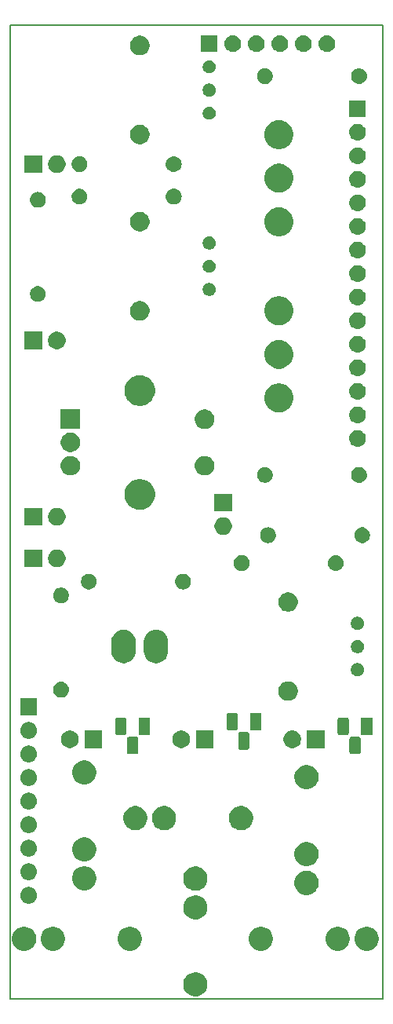
<source format=gbr>
%TF.GenerationSoftware,KiCad,Pcbnew,(5.0.1)-3*%
%TF.CreationDate,2019-04-27T14:05:43+01:00*%
%TF.ProjectId,Fractional clock divider top board,4672616374696F6E616C20636C6F636B,rev?*%
%TF.SameCoordinates,Original*%
%TF.FileFunction,Soldermask,Top*%
%TF.FilePolarity,Negative*%
%FSLAX46Y46*%
G04 Gerber Fmt 4.6, Leading zero omitted, Abs format (unit mm)*
G04 Created by KiCad (PCBNEW (5.0.1)-3) date 27/04/2019 14:05:43*
%MOMM*%
%LPD*%
G01*
G04 APERTURE LIST*
%ADD10C,0.150000*%
%ADD11C,0.100000*%
G04 APERTURE END LIST*
D10*
X55250000Y-15000000D02*
X55250000Y-120000000D01*
X15000000Y-15000000D02*
X55250000Y-15000000D01*
X15000000Y-120000000D02*
X55250000Y-120000000D01*
X15000000Y-15000000D02*
X15000000Y-120000000D01*
D11*
G36*
X35379485Y-117168996D02*
X35379487Y-117168997D01*
X35379488Y-117168997D01*
X35616255Y-117267069D01*
X35829342Y-117409449D01*
X36010551Y-117590658D01*
X36152931Y-117803745D01*
X36251004Y-118040515D01*
X36301000Y-118291861D01*
X36301000Y-118548139D01*
X36251004Y-118799485D01*
X36152931Y-119036255D01*
X36010551Y-119249342D01*
X35829342Y-119430551D01*
X35829339Y-119430553D01*
X35616255Y-119572931D01*
X35379488Y-119671003D01*
X35379487Y-119671003D01*
X35379485Y-119671004D01*
X35128139Y-119721000D01*
X34871861Y-119721000D01*
X34620515Y-119671004D01*
X34620513Y-119671003D01*
X34620512Y-119671003D01*
X34383745Y-119572931D01*
X34170661Y-119430553D01*
X34170658Y-119430551D01*
X33989449Y-119249342D01*
X33847069Y-119036255D01*
X33748996Y-118799485D01*
X33699000Y-118548139D01*
X33699000Y-118291861D01*
X33748996Y-118040515D01*
X33847069Y-117803745D01*
X33989449Y-117590658D01*
X34170658Y-117409449D01*
X34383745Y-117267069D01*
X34620512Y-117168997D01*
X34620513Y-117168997D01*
X34620515Y-117168996D01*
X34871861Y-117119000D01*
X35128139Y-117119000D01*
X35379485Y-117168996D01*
X35379485Y-117168996D01*
G37*
G36*
X53859485Y-112248996D02*
X53859487Y-112248997D01*
X53859488Y-112248997D01*
X54096255Y-112347069D01*
X54309342Y-112489449D01*
X54490551Y-112670658D01*
X54632931Y-112883745D01*
X54731004Y-113120515D01*
X54781000Y-113371861D01*
X54781000Y-113628139D01*
X54731004Y-113879485D01*
X54632931Y-114116255D01*
X54490551Y-114329342D01*
X54309342Y-114510551D01*
X54309339Y-114510553D01*
X54096255Y-114652931D01*
X53859488Y-114751003D01*
X53859487Y-114751003D01*
X53859485Y-114751004D01*
X53608139Y-114801000D01*
X53351861Y-114801000D01*
X53100515Y-114751004D01*
X53100513Y-114751003D01*
X53100512Y-114751003D01*
X52863745Y-114652931D01*
X52650661Y-114510553D01*
X52650658Y-114510551D01*
X52469449Y-114329342D01*
X52327069Y-114116255D01*
X52228996Y-113879485D01*
X52179000Y-113628139D01*
X52179000Y-113371861D01*
X52228996Y-113120515D01*
X52327069Y-112883745D01*
X52469449Y-112670658D01*
X52650658Y-112489449D01*
X52863745Y-112347069D01*
X53100512Y-112248997D01*
X53100513Y-112248997D01*
X53100515Y-112248996D01*
X53351861Y-112199000D01*
X53608139Y-112199000D01*
X53859485Y-112248996D01*
X53859485Y-112248996D01*
G37*
G36*
X50759485Y-112248996D02*
X50759487Y-112248997D01*
X50759488Y-112248997D01*
X50996255Y-112347069D01*
X51209342Y-112489449D01*
X51390551Y-112670658D01*
X51532931Y-112883745D01*
X51631004Y-113120515D01*
X51681000Y-113371861D01*
X51681000Y-113628139D01*
X51631004Y-113879485D01*
X51532931Y-114116255D01*
X51390551Y-114329342D01*
X51209342Y-114510551D01*
X51209339Y-114510553D01*
X50996255Y-114652931D01*
X50759488Y-114751003D01*
X50759487Y-114751003D01*
X50759485Y-114751004D01*
X50508139Y-114801000D01*
X50251861Y-114801000D01*
X50000515Y-114751004D01*
X50000513Y-114751003D01*
X50000512Y-114751003D01*
X49763745Y-114652931D01*
X49550661Y-114510553D01*
X49550658Y-114510551D01*
X49369449Y-114329342D01*
X49227069Y-114116255D01*
X49128996Y-113879485D01*
X49079000Y-113628139D01*
X49079000Y-113371861D01*
X49128996Y-113120515D01*
X49227069Y-112883745D01*
X49369449Y-112670658D01*
X49550658Y-112489449D01*
X49763745Y-112347069D01*
X50000512Y-112248997D01*
X50000513Y-112248997D01*
X50000515Y-112248996D01*
X50251861Y-112199000D01*
X50508139Y-112199000D01*
X50759485Y-112248996D01*
X50759485Y-112248996D01*
G37*
G36*
X42459485Y-112248996D02*
X42459487Y-112248997D01*
X42459488Y-112248997D01*
X42696255Y-112347069D01*
X42909342Y-112489449D01*
X43090551Y-112670658D01*
X43232931Y-112883745D01*
X43331004Y-113120515D01*
X43381000Y-113371861D01*
X43381000Y-113628139D01*
X43331004Y-113879485D01*
X43232931Y-114116255D01*
X43090551Y-114329342D01*
X42909342Y-114510551D01*
X42909339Y-114510553D01*
X42696255Y-114652931D01*
X42459488Y-114751003D01*
X42459487Y-114751003D01*
X42459485Y-114751004D01*
X42208139Y-114801000D01*
X41951861Y-114801000D01*
X41700515Y-114751004D01*
X41700513Y-114751003D01*
X41700512Y-114751003D01*
X41463745Y-114652931D01*
X41250661Y-114510553D01*
X41250658Y-114510551D01*
X41069449Y-114329342D01*
X40927069Y-114116255D01*
X40828996Y-113879485D01*
X40779000Y-113628139D01*
X40779000Y-113371861D01*
X40828996Y-113120515D01*
X40927069Y-112883745D01*
X41069449Y-112670658D01*
X41250658Y-112489449D01*
X41463745Y-112347069D01*
X41700512Y-112248997D01*
X41700513Y-112248997D01*
X41700515Y-112248996D01*
X41951861Y-112199000D01*
X42208139Y-112199000D01*
X42459485Y-112248996D01*
X42459485Y-112248996D01*
G37*
G36*
X16899485Y-112248996D02*
X16899487Y-112248997D01*
X16899488Y-112248997D01*
X17136255Y-112347069D01*
X17349342Y-112489449D01*
X17530551Y-112670658D01*
X17672931Y-112883745D01*
X17771004Y-113120515D01*
X17821000Y-113371861D01*
X17821000Y-113628139D01*
X17771004Y-113879485D01*
X17672931Y-114116255D01*
X17530551Y-114329342D01*
X17349342Y-114510551D01*
X17349339Y-114510553D01*
X17136255Y-114652931D01*
X16899488Y-114751003D01*
X16899487Y-114751003D01*
X16899485Y-114751004D01*
X16648139Y-114801000D01*
X16391861Y-114801000D01*
X16140515Y-114751004D01*
X16140513Y-114751003D01*
X16140512Y-114751003D01*
X15903745Y-114652931D01*
X15690661Y-114510553D01*
X15690658Y-114510551D01*
X15509449Y-114329342D01*
X15367069Y-114116255D01*
X15268996Y-113879485D01*
X15219000Y-113628139D01*
X15219000Y-113371861D01*
X15268996Y-113120515D01*
X15367069Y-112883745D01*
X15509449Y-112670658D01*
X15690658Y-112489449D01*
X15903745Y-112347069D01*
X16140512Y-112248997D01*
X16140513Y-112248997D01*
X16140515Y-112248996D01*
X16391861Y-112199000D01*
X16648139Y-112199000D01*
X16899485Y-112248996D01*
X16899485Y-112248996D01*
G37*
G36*
X28299485Y-112248996D02*
X28299487Y-112248997D01*
X28299488Y-112248997D01*
X28536255Y-112347069D01*
X28749342Y-112489449D01*
X28930551Y-112670658D01*
X29072931Y-112883745D01*
X29171004Y-113120515D01*
X29221000Y-113371861D01*
X29221000Y-113628139D01*
X29171004Y-113879485D01*
X29072931Y-114116255D01*
X28930551Y-114329342D01*
X28749342Y-114510551D01*
X28749339Y-114510553D01*
X28536255Y-114652931D01*
X28299488Y-114751003D01*
X28299487Y-114751003D01*
X28299485Y-114751004D01*
X28048139Y-114801000D01*
X27791861Y-114801000D01*
X27540515Y-114751004D01*
X27540513Y-114751003D01*
X27540512Y-114751003D01*
X27303745Y-114652931D01*
X27090661Y-114510553D01*
X27090658Y-114510551D01*
X26909449Y-114329342D01*
X26767069Y-114116255D01*
X26668996Y-113879485D01*
X26619000Y-113628139D01*
X26619000Y-113371861D01*
X26668996Y-113120515D01*
X26767069Y-112883745D01*
X26909449Y-112670658D01*
X27090658Y-112489449D01*
X27303745Y-112347069D01*
X27540512Y-112248997D01*
X27540513Y-112248997D01*
X27540515Y-112248996D01*
X27791861Y-112199000D01*
X28048139Y-112199000D01*
X28299485Y-112248996D01*
X28299485Y-112248996D01*
G37*
G36*
X19999485Y-112248996D02*
X19999487Y-112248997D01*
X19999488Y-112248997D01*
X20236255Y-112347069D01*
X20449342Y-112489449D01*
X20630551Y-112670658D01*
X20772931Y-112883745D01*
X20871004Y-113120515D01*
X20921000Y-113371861D01*
X20921000Y-113628139D01*
X20871004Y-113879485D01*
X20772931Y-114116255D01*
X20630551Y-114329342D01*
X20449342Y-114510551D01*
X20449339Y-114510553D01*
X20236255Y-114652931D01*
X19999488Y-114751003D01*
X19999487Y-114751003D01*
X19999485Y-114751004D01*
X19748139Y-114801000D01*
X19491861Y-114801000D01*
X19240515Y-114751004D01*
X19240513Y-114751003D01*
X19240512Y-114751003D01*
X19003745Y-114652931D01*
X18790661Y-114510553D01*
X18790658Y-114510551D01*
X18609449Y-114329342D01*
X18467069Y-114116255D01*
X18368996Y-113879485D01*
X18319000Y-113628139D01*
X18319000Y-113371861D01*
X18368996Y-113120515D01*
X18467069Y-112883745D01*
X18609449Y-112670658D01*
X18790658Y-112489449D01*
X19003745Y-112347069D01*
X19240512Y-112248997D01*
X19240513Y-112248997D01*
X19240515Y-112248996D01*
X19491861Y-112199000D01*
X19748139Y-112199000D01*
X19999485Y-112248996D01*
X19999485Y-112248996D01*
G37*
G36*
X35379485Y-108868996D02*
X35379487Y-108868997D01*
X35379488Y-108868997D01*
X35616255Y-108967069D01*
X35829342Y-109109449D01*
X36010551Y-109290658D01*
X36010553Y-109290661D01*
X36152931Y-109503745D01*
X36216181Y-109656443D01*
X36251004Y-109740515D01*
X36301000Y-109991861D01*
X36301000Y-110248139D01*
X36251004Y-110499485D01*
X36152931Y-110736255D01*
X36010551Y-110949342D01*
X35829342Y-111130551D01*
X35829339Y-111130553D01*
X35616255Y-111272931D01*
X35379488Y-111371003D01*
X35379487Y-111371003D01*
X35379485Y-111371004D01*
X35128139Y-111421000D01*
X34871861Y-111421000D01*
X34620515Y-111371004D01*
X34620513Y-111371003D01*
X34620512Y-111371003D01*
X34383745Y-111272931D01*
X34170661Y-111130553D01*
X34170658Y-111130551D01*
X33989449Y-110949342D01*
X33847069Y-110736255D01*
X33748996Y-110499485D01*
X33699000Y-110248139D01*
X33699000Y-109991861D01*
X33748996Y-109740515D01*
X33783820Y-109656443D01*
X33847069Y-109503745D01*
X33989447Y-109290661D01*
X33989449Y-109290658D01*
X34170658Y-109109449D01*
X34383745Y-108967069D01*
X34620512Y-108868997D01*
X34620513Y-108868997D01*
X34620515Y-108868996D01*
X34871861Y-108819000D01*
X35128139Y-108819000D01*
X35379485Y-108868996D01*
X35379485Y-108868996D01*
G37*
G36*
X17110443Y-107925519D02*
X17176627Y-107932037D01*
X17289853Y-107966384D01*
X17346467Y-107983557D01*
X17434385Y-108030551D01*
X17502991Y-108067222D01*
X17538368Y-108096255D01*
X17640186Y-108179814D01*
X17723226Y-108281000D01*
X17752778Y-108317009D01*
X17752779Y-108317011D01*
X17836443Y-108473533D01*
X17836443Y-108473534D01*
X17887963Y-108643373D01*
X17905359Y-108820000D01*
X17887963Y-108996627D01*
X17853739Y-109109447D01*
X17836443Y-109166467D01*
X17770059Y-109290661D01*
X17752778Y-109322991D01*
X17723448Y-109358729D01*
X17640186Y-109460186D01*
X17538729Y-109543448D01*
X17502991Y-109572778D01*
X17502989Y-109572779D01*
X17346467Y-109656443D01*
X17289853Y-109673616D01*
X17176627Y-109707963D01*
X17110443Y-109714481D01*
X17044260Y-109721000D01*
X16955740Y-109721000D01*
X16889557Y-109714481D01*
X16823373Y-109707963D01*
X16710147Y-109673616D01*
X16653533Y-109656443D01*
X16497011Y-109572779D01*
X16497009Y-109572778D01*
X16461271Y-109543448D01*
X16359814Y-109460186D01*
X16276552Y-109358729D01*
X16247222Y-109322991D01*
X16229941Y-109290661D01*
X16163557Y-109166467D01*
X16146261Y-109109447D01*
X16112037Y-108996627D01*
X16094641Y-108820000D01*
X16112037Y-108643373D01*
X16163557Y-108473534D01*
X16163557Y-108473533D01*
X16247221Y-108317011D01*
X16247222Y-108317009D01*
X16276774Y-108281000D01*
X16359814Y-108179814D01*
X16461632Y-108096255D01*
X16497009Y-108067222D01*
X16565615Y-108030551D01*
X16653533Y-107983557D01*
X16710147Y-107966384D01*
X16823373Y-107932037D01*
X16889557Y-107925519D01*
X16955740Y-107919000D01*
X17044260Y-107919000D01*
X17110443Y-107925519D01*
X17110443Y-107925519D01*
G37*
G36*
X47379485Y-106228996D02*
X47379487Y-106228997D01*
X47379488Y-106228997D01*
X47502620Y-106280000D01*
X47616255Y-106327069D01*
X47829342Y-106469449D01*
X48010551Y-106650658D01*
X48152931Y-106863745D01*
X48251004Y-107100515D01*
X48301000Y-107351861D01*
X48301000Y-107608139D01*
X48251004Y-107859485D01*
X48152931Y-108096255D01*
X48010551Y-108309342D01*
X47829342Y-108490551D01*
X47829339Y-108490553D01*
X47616255Y-108632931D01*
X47379488Y-108731003D01*
X47379487Y-108731003D01*
X47379485Y-108731004D01*
X47128139Y-108781000D01*
X46871861Y-108781000D01*
X46620515Y-108731004D01*
X46620513Y-108731003D01*
X46620512Y-108731003D01*
X46383745Y-108632931D01*
X46170661Y-108490553D01*
X46170658Y-108490551D01*
X45989449Y-108309342D01*
X45847069Y-108096255D01*
X45748996Y-107859485D01*
X45699000Y-107608139D01*
X45699000Y-107351861D01*
X45748996Y-107100515D01*
X45847069Y-106863745D01*
X45989449Y-106650658D01*
X46170658Y-106469449D01*
X46383745Y-106327069D01*
X46497380Y-106280000D01*
X46620512Y-106228997D01*
X46620513Y-106228997D01*
X46620515Y-106228996D01*
X46871861Y-106179000D01*
X47128139Y-106179000D01*
X47379485Y-106228996D01*
X47379485Y-106228996D01*
G37*
G36*
X35379485Y-105768996D02*
X35379487Y-105768997D01*
X35379488Y-105768997D01*
X35519686Y-105827069D01*
X35616255Y-105867069D01*
X35829342Y-106009449D01*
X36010551Y-106190658D01*
X36152931Y-106403745D01*
X36251004Y-106640515D01*
X36301000Y-106891861D01*
X36301000Y-107148139D01*
X36258961Y-107359485D01*
X36251003Y-107399488D01*
X36164578Y-107608137D01*
X36152931Y-107636255D01*
X36010551Y-107849342D01*
X35829342Y-108030551D01*
X35829339Y-108030553D01*
X35616255Y-108172931D01*
X35379488Y-108271003D01*
X35379487Y-108271003D01*
X35379485Y-108271004D01*
X35128139Y-108321000D01*
X34871861Y-108321000D01*
X34620515Y-108271004D01*
X34620513Y-108271003D01*
X34620512Y-108271003D01*
X34383745Y-108172931D01*
X34170661Y-108030553D01*
X34170658Y-108030551D01*
X33989449Y-107849342D01*
X33847069Y-107636255D01*
X33835422Y-107608137D01*
X33748997Y-107399488D01*
X33741040Y-107359485D01*
X33699000Y-107148139D01*
X33699000Y-106891861D01*
X33748996Y-106640515D01*
X33847069Y-106403745D01*
X33989449Y-106190658D01*
X34170658Y-106009449D01*
X34383745Y-105867069D01*
X34480314Y-105827069D01*
X34620512Y-105768997D01*
X34620513Y-105768997D01*
X34620515Y-105768996D01*
X34871861Y-105719000D01*
X35128139Y-105719000D01*
X35379485Y-105768996D01*
X35379485Y-105768996D01*
G37*
G36*
X23379485Y-105728996D02*
X23379487Y-105728997D01*
X23379488Y-105728997D01*
X23495399Y-105777009D01*
X23616255Y-105827069D01*
X23829342Y-105969449D01*
X24010551Y-106150658D01*
X24010553Y-106150661D01*
X24152931Y-106363745D01*
X24169500Y-106403745D01*
X24251004Y-106600515D01*
X24301000Y-106851861D01*
X24301000Y-107108139D01*
X24251004Y-107359485D01*
X24152931Y-107596255D01*
X24010551Y-107809342D01*
X23829342Y-107990551D01*
X23829339Y-107990553D01*
X23616255Y-108132931D01*
X23379488Y-108231003D01*
X23379487Y-108231003D01*
X23379485Y-108231004D01*
X23128139Y-108281000D01*
X22871861Y-108281000D01*
X22620515Y-108231004D01*
X22620513Y-108231003D01*
X22620512Y-108231003D01*
X22383745Y-108132931D01*
X22170661Y-107990553D01*
X22170658Y-107990551D01*
X21989449Y-107809342D01*
X21847069Y-107596255D01*
X21748996Y-107359485D01*
X21699000Y-107108139D01*
X21699000Y-106851861D01*
X21748996Y-106600515D01*
X21830501Y-106403745D01*
X21847069Y-106363745D01*
X21989447Y-106150661D01*
X21989449Y-106150658D01*
X22170658Y-105969449D01*
X22383745Y-105827069D01*
X22504601Y-105777009D01*
X22620512Y-105728997D01*
X22620513Y-105728997D01*
X22620515Y-105728996D01*
X22871861Y-105679000D01*
X23128139Y-105679000D01*
X23379485Y-105728996D01*
X23379485Y-105728996D01*
G37*
G36*
X17110443Y-105385519D02*
X17176627Y-105392037D01*
X17289853Y-105426384D01*
X17346467Y-105443557D01*
X17485087Y-105517652D01*
X17502991Y-105527222D01*
X17509947Y-105532931D01*
X17640186Y-105639814D01*
X17723448Y-105741271D01*
X17752778Y-105777009D01*
X17752779Y-105777011D01*
X17836443Y-105933533D01*
X17836443Y-105933534D01*
X17887963Y-106103373D01*
X17905359Y-106280000D01*
X17887963Y-106456627D01*
X17884074Y-106469447D01*
X17836443Y-106626467D01*
X17762348Y-106765087D01*
X17752778Y-106782991D01*
X17723448Y-106818729D01*
X17640186Y-106920186D01*
X17538729Y-107003448D01*
X17502991Y-107032778D01*
X17502989Y-107032779D01*
X17346467Y-107116443D01*
X17289853Y-107133616D01*
X17176627Y-107167963D01*
X17110442Y-107174482D01*
X17044260Y-107181000D01*
X16955740Y-107181000D01*
X16889558Y-107174482D01*
X16823373Y-107167963D01*
X16710147Y-107133616D01*
X16653533Y-107116443D01*
X16497011Y-107032779D01*
X16497009Y-107032778D01*
X16461271Y-107003448D01*
X16359814Y-106920186D01*
X16276552Y-106818729D01*
X16247222Y-106782991D01*
X16237652Y-106765087D01*
X16163557Y-106626467D01*
X16115926Y-106469447D01*
X16112037Y-106456627D01*
X16094641Y-106280000D01*
X16112037Y-106103373D01*
X16163557Y-105933534D01*
X16163557Y-105933533D01*
X16247221Y-105777011D01*
X16247222Y-105777009D01*
X16276552Y-105741271D01*
X16359814Y-105639814D01*
X16490053Y-105532931D01*
X16497009Y-105527222D01*
X16514913Y-105517652D01*
X16653533Y-105443557D01*
X16710147Y-105426384D01*
X16823373Y-105392037D01*
X16889557Y-105385519D01*
X16955740Y-105379000D01*
X17044260Y-105379000D01*
X17110443Y-105385519D01*
X17110443Y-105385519D01*
G37*
G36*
X47379485Y-103128996D02*
X47379487Y-103128997D01*
X47379488Y-103128997D01*
X47616255Y-103227069D01*
X47829342Y-103369449D01*
X48010551Y-103550658D01*
X48152931Y-103763745D01*
X48251004Y-104000515D01*
X48301000Y-104251861D01*
X48301000Y-104508139D01*
X48251004Y-104759485D01*
X48152931Y-104996255D01*
X48010551Y-105209342D01*
X47829342Y-105390551D01*
X47829339Y-105390553D01*
X47616255Y-105532931D01*
X47379488Y-105631003D01*
X47379487Y-105631003D01*
X47379485Y-105631004D01*
X47128139Y-105681000D01*
X46871861Y-105681000D01*
X46620515Y-105631004D01*
X46620513Y-105631003D01*
X46620512Y-105631003D01*
X46383745Y-105532931D01*
X46170661Y-105390553D01*
X46170658Y-105390551D01*
X45989449Y-105209342D01*
X45847069Y-104996255D01*
X45748996Y-104759485D01*
X45699000Y-104508139D01*
X45699000Y-104251861D01*
X45748996Y-104000515D01*
X45847069Y-103763745D01*
X45989449Y-103550658D01*
X46170658Y-103369449D01*
X46383745Y-103227069D01*
X46620512Y-103128997D01*
X46620513Y-103128997D01*
X46620515Y-103128996D01*
X46871861Y-103079000D01*
X47128139Y-103079000D01*
X47379485Y-103128996D01*
X47379485Y-103128996D01*
G37*
G36*
X23379485Y-102628996D02*
X23379487Y-102628997D01*
X23379488Y-102628997D01*
X23616255Y-102727069D01*
X23829342Y-102869449D01*
X24010551Y-103050658D01*
X24152931Y-103263745D01*
X24251004Y-103500515D01*
X24301000Y-103751861D01*
X24301000Y-104008139D01*
X24251004Y-104259485D01*
X24152931Y-104496255D01*
X24010551Y-104709342D01*
X23829342Y-104890551D01*
X23829339Y-104890553D01*
X23616255Y-105032931D01*
X23379488Y-105131003D01*
X23379487Y-105131003D01*
X23379485Y-105131004D01*
X23128139Y-105181000D01*
X22871861Y-105181000D01*
X22620515Y-105131004D01*
X22620513Y-105131003D01*
X22620512Y-105131003D01*
X22383745Y-105032931D01*
X22170661Y-104890553D01*
X22170658Y-104890551D01*
X21989449Y-104709342D01*
X21847069Y-104496255D01*
X21748996Y-104259485D01*
X21699000Y-104008139D01*
X21699000Y-103751861D01*
X21748996Y-103500515D01*
X21847069Y-103263745D01*
X21989449Y-103050658D01*
X22170658Y-102869449D01*
X22383745Y-102727069D01*
X22620512Y-102628997D01*
X22620513Y-102628997D01*
X22620515Y-102628996D01*
X22871861Y-102579000D01*
X23128139Y-102579000D01*
X23379485Y-102628996D01*
X23379485Y-102628996D01*
G37*
G36*
X17110443Y-102845519D02*
X17176627Y-102852037D01*
X17289853Y-102886384D01*
X17346467Y-102903557D01*
X17485087Y-102977652D01*
X17502991Y-102987222D01*
X17538729Y-103016552D01*
X17640186Y-103099814D01*
X17723448Y-103201271D01*
X17752778Y-103237009D01*
X17752779Y-103237011D01*
X17836443Y-103393533D01*
X17836443Y-103393534D01*
X17887963Y-103563373D01*
X17905359Y-103740000D01*
X17887963Y-103916627D01*
X17862517Y-104000512D01*
X17836443Y-104086467D01*
X17762348Y-104225087D01*
X17752778Y-104242991D01*
X17739239Y-104259488D01*
X17640186Y-104380186D01*
X17538729Y-104463448D01*
X17502991Y-104492778D01*
X17502989Y-104492779D01*
X17346467Y-104576443D01*
X17289853Y-104593616D01*
X17176627Y-104627963D01*
X17110443Y-104634481D01*
X17044260Y-104641000D01*
X16955740Y-104641000D01*
X16889557Y-104634481D01*
X16823373Y-104627963D01*
X16710147Y-104593616D01*
X16653533Y-104576443D01*
X16497011Y-104492779D01*
X16497009Y-104492778D01*
X16461271Y-104463448D01*
X16359814Y-104380186D01*
X16260761Y-104259488D01*
X16247222Y-104242991D01*
X16237652Y-104225087D01*
X16163557Y-104086467D01*
X16137483Y-104000512D01*
X16112037Y-103916627D01*
X16094641Y-103740000D01*
X16112037Y-103563373D01*
X16163557Y-103393534D01*
X16163557Y-103393533D01*
X16247221Y-103237011D01*
X16247222Y-103237009D01*
X16276552Y-103201271D01*
X16359814Y-103099814D01*
X16461271Y-103016552D01*
X16497009Y-102987222D01*
X16514913Y-102977652D01*
X16653533Y-102903557D01*
X16710147Y-102886384D01*
X16823373Y-102852037D01*
X16889557Y-102845519D01*
X16955740Y-102839000D01*
X17044260Y-102839000D01*
X17110443Y-102845519D01*
X17110443Y-102845519D01*
G37*
G36*
X17110442Y-100305518D02*
X17176627Y-100312037D01*
X17289853Y-100346384D01*
X17346467Y-100363557D01*
X17485087Y-100437652D01*
X17502991Y-100447222D01*
X17538729Y-100476552D01*
X17640186Y-100559814D01*
X17723448Y-100661271D01*
X17752778Y-100697009D01*
X17752779Y-100697011D01*
X17836443Y-100853533D01*
X17836443Y-100853534D01*
X17887963Y-101023373D01*
X17905359Y-101200000D01*
X17887963Y-101376627D01*
X17853616Y-101489853D01*
X17836443Y-101546467D01*
X17779536Y-101652931D01*
X17752778Y-101702991D01*
X17723448Y-101738729D01*
X17640186Y-101840186D01*
X17538729Y-101923448D01*
X17502991Y-101952778D01*
X17502989Y-101952779D01*
X17346467Y-102036443D01*
X17289853Y-102053616D01*
X17176627Y-102087963D01*
X17110442Y-102094482D01*
X17044260Y-102101000D01*
X16955740Y-102101000D01*
X16889558Y-102094482D01*
X16823373Y-102087963D01*
X16710147Y-102053616D01*
X16653533Y-102036443D01*
X16497011Y-101952779D01*
X16497009Y-101952778D01*
X16461271Y-101923448D01*
X16359814Y-101840186D01*
X16276552Y-101738729D01*
X16247222Y-101702991D01*
X16220464Y-101652931D01*
X16163557Y-101546467D01*
X16146384Y-101489853D01*
X16112037Y-101376627D01*
X16094641Y-101200000D01*
X16112037Y-101023373D01*
X16163557Y-100853534D01*
X16163557Y-100853533D01*
X16247221Y-100697011D01*
X16247222Y-100697009D01*
X16276552Y-100661271D01*
X16359814Y-100559814D01*
X16461271Y-100476552D01*
X16497009Y-100447222D01*
X16514913Y-100437652D01*
X16653533Y-100363557D01*
X16710147Y-100346384D01*
X16823373Y-100312037D01*
X16889558Y-100305518D01*
X16955740Y-100299000D01*
X17044260Y-100299000D01*
X17110442Y-100305518D01*
X17110442Y-100305518D01*
G37*
G36*
X40299485Y-99248996D02*
X40299487Y-99248997D01*
X40299488Y-99248997D01*
X40423067Y-99300185D01*
X40536255Y-99347069D01*
X40749342Y-99489449D01*
X40930551Y-99670658D01*
X41072931Y-99883745D01*
X41171004Y-100120515D01*
X41221000Y-100371861D01*
X41221000Y-100628139D01*
X41171004Y-100879485D01*
X41072931Y-101116255D01*
X40930551Y-101329342D01*
X40749342Y-101510551D01*
X40749339Y-101510553D01*
X40536255Y-101652931D01*
X40299488Y-101751003D01*
X40299487Y-101751003D01*
X40299485Y-101751004D01*
X40048139Y-101801000D01*
X39791861Y-101801000D01*
X39540515Y-101751004D01*
X39540513Y-101751003D01*
X39540512Y-101751003D01*
X39303745Y-101652931D01*
X39090661Y-101510553D01*
X39090658Y-101510551D01*
X38909449Y-101329342D01*
X38767069Y-101116255D01*
X38668996Y-100879485D01*
X38619000Y-100628139D01*
X38619000Y-100371861D01*
X38668996Y-100120515D01*
X38767069Y-99883745D01*
X38909449Y-99670658D01*
X39090658Y-99489449D01*
X39303745Y-99347069D01*
X39416933Y-99300185D01*
X39540512Y-99248997D01*
X39540513Y-99248997D01*
X39540515Y-99248996D01*
X39791861Y-99199000D01*
X40048139Y-99199000D01*
X40299485Y-99248996D01*
X40299485Y-99248996D01*
G37*
G36*
X31999485Y-99248996D02*
X31999487Y-99248997D01*
X31999488Y-99248997D01*
X32123067Y-99300185D01*
X32236255Y-99347069D01*
X32449342Y-99489449D01*
X32630551Y-99670658D01*
X32772931Y-99883745D01*
X32871004Y-100120515D01*
X32921000Y-100371861D01*
X32921000Y-100628139D01*
X32871004Y-100879485D01*
X32772931Y-101116255D01*
X32630551Y-101329342D01*
X32449342Y-101510551D01*
X32449339Y-101510553D01*
X32236255Y-101652931D01*
X31999488Y-101751003D01*
X31999487Y-101751003D01*
X31999485Y-101751004D01*
X31748139Y-101801000D01*
X31491861Y-101801000D01*
X31240515Y-101751004D01*
X31240513Y-101751003D01*
X31240512Y-101751003D01*
X31003745Y-101652931D01*
X30790661Y-101510553D01*
X30790658Y-101510551D01*
X30609449Y-101329342D01*
X30467069Y-101116255D01*
X30368996Y-100879485D01*
X30319000Y-100628139D01*
X30319000Y-100371861D01*
X30368996Y-100120515D01*
X30467069Y-99883745D01*
X30609449Y-99670658D01*
X30790658Y-99489449D01*
X31003745Y-99347069D01*
X31116933Y-99300185D01*
X31240512Y-99248997D01*
X31240513Y-99248997D01*
X31240515Y-99248996D01*
X31491861Y-99199000D01*
X31748139Y-99199000D01*
X31999485Y-99248996D01*
X31999485Y-99248996D01*
G37*
G36*
X28899485Y-99248996D02*
X28899487Y-99248997D01*
X28899488Y-99248997D01*
X29023067Y-99300185D01*
X29136255Y-99347069D01*
X29349342Y-99489449D01*
X29530551Y-99670658D01*
X29672931Y-99883745D01*
X29771004Y-100120515D01*
X29821000Y-100371861D01*
X29821000Y-100628139D01*
X29771004Y-100879485D01*
X29672931Y-101116255D01*
X29530551Y-101329342D01*
X29349342Y-101510551D01*
X29349339Y-101510553D01*
X29136255Y-101652931D01*
X28899488Y-101751003D01*
X28899487Y-101751003D01*
X28899485Y-101751004D01*
X28648139Y-101801000D01*
X28391861Y-101801000D01*
X28140515Y-101751004D01*
X28140513Y-101751003D01*
X28140512Y-101751003D01*
X27903745Y-101652931D01*
X27690661Y-101510553D01*
X27690658Y-101510551D01*
X27509449Y-101329342D01*
X27367069Y-101116255D01*
X27268996Y-100879485D01*
X27219000Y-100628139D01*
X27219000Y-100371861D01*
X27268996Y-100120515D01*
X27367069Y-99883745D01*
X27509449Y-99670658D01*
X27690658Y-99489449D01*
X27903745Y-99347069D01*
X28016933Y-99300185D01*
X28140512Y-99248997D01*
X28140513Y-99248997D01*
X28140515Y-99248996D01*
X28391861Y-99199000D01*
X28648139Y-99199000D01*
X28899485Y-99248996D01*
X28899485Y-99248996D01*
G37*
G36*
X17110442Y-97765518D02*
X17176627Y-97772037D01*
X17289853Y-97806384D01*
X17346467Y-97823557D01*
X17485087Y-97897652D01*
X17502991Y-97907222D01*
X17538729Y-97936552D01*
X17640186Y-98019814D01*
X17723448Y-98121271D01*
X17752778Y-98157009D01*
X17752779Y-98157011D01*
X17836443Y-98313533D01*
X17836443Y-98313534D01*
X17887963Y-98483373D01*
X17905359Y-98660000D01*
X17887963Y-98836627D01*
X17853616Y-98949853D01*
X17836443Y-99006467D01*
X17762348Y-99145087D01*
X17752778Y-99162991D01*
X17723448Y-99198729D01*
X17640186Y-99300186D01*
X17538729Y-99383448D01*
X17502991Y-99412778D01*
X17502989Y-99412779D01*
X17346467Y-99496443D01*
X17289853Y-99513616D01*
X17176627Y-99547963D01*
X17110443Y-99554481D01*
X17044260Y-99561000D01*
X16955740Y-99561000D01*
X16889557Y-99554481D01*
X16823373Y-99547963D01*
X16710147Y-99513616D01*
X16653533Y-99496443D01*
X16497011Y-99412779D01*
X16497009Y-99412778D01*
X16461271Y-99383448D01*
X16359814Y-99300186D01*
X16276552Y-99198729D01*
X16247222Y-99162991D01*
X16237652Y-99145087D01*
X16163557Y-99006467D01*
X16146384Y-98949853D01*
X16112037Y-98836627D01*
X16094641Y-98660000D01*
X16112037Y-98483373D01*
X16163557Y-98313534D01*
X16163557Y-98313533D01*
X16247221Y-98157011D01*
X16247222Y-98157009D01*
X16276552Y-98121271D01*
X16359814Y-98019814D01*
X16461271Y-97936552D01*
X16497009Y-97907222D01*
X16514913Y-97897652D01*
X16653533Y-97823557D01*
X16710147Y-97806384D01*
X16823373Y-97772037D01*
X16889558Y-97765518D01*
X16955740Y-97759000D01*
X17044260Y-97759000D01*
X17110442Y-97765518D01*
X17110442Y-97765518D01*
G37*
G36*
X47379485Y-94828996D02*
X47379487Y-94828997D01*
X47379488Y-94828997D01*
X47616255Y-94927069D01*
X47829342Y-95069449D01*
X48010551Y-95250658D01*
X48152931Y-95463745D01*
X48251004Y-95700515D01*
X48301000Y-95951861D01*
X48301000Y-96208139D01*
X48260979Y-96409339D01*
X48251003Y-96459488D01*
X48248112Y-96466467D01*
X48152931Y-96696255D01*
X48010551Y-96909342D01*
X47829342Y-97090551D01*
X47829339Y-97090553D01*
X47616255Y-97232931D01*
X47379488Y-97331003D01*
X47379487Y-97331003D01*
X47379485Y-97331004D01*
X47128139Y-97381000D01*
X46871861Y-97381000D01*
X46620515Y-97331004D01*
X46620513Y-97331003D01*
X46620512Y-97331003D01*
X46383745Y-97232931D01*
X46170661Y-97090553D01*
X46170658Y-97090551D01*
X45989449Y-96909342D01*
X45847069Y-96696255D01*
X45751888Y-96466467D01*
X45748997Y-96459488D01*
X45739022Y-96409339D01*
X45699000Y-96208139D01*
X45699000Y-95951861D01*
X45748996Y-95700515D01*
X45847069Y-95463745D01*
X45989449Y-95250658D01*
X46170658Y-95069449D01*
X46383745Y-94927069D01*
X46620512Y-94828997D01*
X46620513Y-94828997D01*
X46620515Y-94828996D01*
X46871861Y-94779000D01*
X47128139Y-94779000D01*
X47379485Y-94828996D01*
X47379485Y-94828996D01*
G37*
G36*
X17110443Y-95225519D02*
X17176627Y-95232037D01*
X17289853Y-95266384D01*
X17346467Y-95283557D01*
X17485087Y-95357652D01*
X17502991Y-95367222D01*
X17538729Y-95396552D01*
X17640186Y-95479814D01*
X17723448Y-95581271D01*
X17752778Y-95617009D01*
X17752779Y-95617011D01*
X17836443Y-95773533D01*
X17836443Y-95773534D01*
X17887963Y-95943373D01*
X17905359Y-96120000D01*
X17887963Y-96296627D01*
X17853772Y-96409339D01*
X17836443Y-96466467D01*
X17770118Y-96590551D01*
X17752778Y-96622991D01*
X17723448Y-96658729D01*
X17640186Y-96760186D01*
X17538729Y-96843448D01*
X17502991Y-96872778D01*
X17502989Y-96872779D01*
X17346467Y-96956443D01*
X17289853Y-96973616D01*
X17176627Y-97007963D01*
X17110442Y-97014482D01*
X17044260Y-97021000D01*
X16955740Y-97021000D01*
X16889558Y-97014482D01*
X16823373Y-97007963D01*
X16710147Y-96973616D01*
X16653533Y-96956443D01*
X16497011Y-96872779D01*
X16497009Y-96872778D01*
X16461271Y-96843448D01*
X16359814Y-96760186D01*
X16276552Y-96658729D01*
X16247222Y-96622991D01*
X16229882Y-96590551D01*
X16163557Y-96466467D01*
X16146228Y-96409339D01*
X16112037Y-96296627D01*
X16094641Y-96120000D01*
X16112037Y-95943373D01*
X16163557Y-95773534D01*
X16163557Y-95773533D01*
X16247221Y-95617011D01*
X16247222Y-95617009D01*
X16276552Y-95581271D01*
X16359814Y-95479814D01*
X16461271Y-95396552D01*
X16497009Y-95367222D01*
X16514913Y-95357652D01*
X16653533Y-95283557D01*
X16710147Y-95266384D01*
X16823373Y-95232037D01*
X16889557Y-95225519D01*
X16955740Y-95219000D01*
X17044260Y-95219000D01*
X17110443Y-95225519D01*
X17110443Y-95225519D01*
G37*
G36*
X23379485Y-94328996D02*
X23379487Y-94328997D01*
X23379488Y-94328997D01*
X23616255Y-94427069D01*
X23829342Y-94569449D01*
X24010551Y-94750658D01*
X24152931Y-94963745D01*
X24251004Y-95200515D01*
X24301000Y-95451861D01*
X24301000Y-95708139D01*
X24251004Y-95959485D01*
X24152931Y-96196255D01*
X24010551Y-96409342D01*
X23829342Y-96590551D01*
X23829339Y-96590553D01*
X23616255Y-96732931D01*
X23379488Y-96831003D01*
X23379487Y-96831003D01*
X23379485Y-96831004D01*
X23128139Y-96881000D01*
X22871861Y-96881000D01*
X22620515Y-96831004D01*
X22620513Y-96831003D01*
X22620512Y-96831003D01*
X22383745Y-96732931D01*
X22170661Y-96590553D01*
X22170658Y-96590551D01*
X21989449Y-96409342D01*
X21847069Y-96196255D01*
X21748996Y-95959485D01*
X21699000Y-95708139D01*
X21699000Y-95451861D01*
X21748996Y-95200515D01*
X21847069Y-94963745D01*
X21989449Y-94750658D01*
X22170658Y-94569449D01*
X22383745Y-94427069D01*
X22620512Y-94328997D01*
X22620513Y-94328997D01*
X22620515Y-94328996D01*
X22871861Y-94279000D01*
X23128139Y-94279000D01*
X23379485Y-94328996D01*
X23379485Y-94328996D01*
G37*
G36*
X17110442Y-92685518D02*
X17176627Y-92692037D01*
X17289853Y-92726384D01*
X17346467Y-92743557D01*
X17485087Y-92817652D01*
X17502991Y-92827222D01*
X17521930Y-92842765D01*
X17640186Y-92939814D01*
X17701799Y-93014891D01*
X17752778Y-93077009D01*
X17752779Y-93077011D01*
X17836443Y-93233533D01*
X17836443Y-93233534D01*
X17887963Y-93403373D01*
X17905359Y-93580000D01*
X17887963Y-93756627D01*
X17853616Y-93869853D01*
X17836443Y-93926467D01*
X17762348Y-94065087D01*
X17752778Y-94082991D01*
X17723448Y-94118729D01*
X17640186Y-94220186D01*
X17538729Y-94303448D01*
X17502991Y-94332778D01*
X17502989Y-94332779D01*
X17346467Y-94416443D01*
X17311437Y-94427069D01*
X17176627Y-94467963D01*
X17110443Y-94474481D01*
X17044260Y-94481000D01*
X16955740Y-94481000D01*
X16889557Y-94474481D01*
X16823373Y-94467963D01*
X16688563Y-94427069D01*
X16653533Y-94416443D01*
X16497011Y-94332779D01*
X16497009Y-94332778D01*
X16461271Y-94303448D01*
X16359814Y-94220186D01*
X16276552Y-94118729D01*
X16247222Y-94082991D01*
X16237652Y-94065087D01*
X16163557Y-93926467D01*
X16146384Y-93869853D01*
X16112037Y-93756627D01*
X16094641Y-93580000D01*
X16112037Y-93403373D01*
X16163557Y-93233534D01*
X16163557Y-93233533D01*
X16247221Y-93077011D01*
X16247222Y-93077009D01*
X16298201Y-93014891D01*
X16359814Y-92939814D01*
X16478070Y-92842765D01*
X16497009Y-92827222D01*
X16514913Y-92817652D01*
X16653533Y-92743557D01*
X16710147Y-92726384D01*
X16823373Y-92692037D01*
X16889558Y-92685518D01*
X16955740Y-92679000D01*
X17044260Y-92679000D01*
X17110442Y-92685518D01*
X17110442Y-92685518D01*
G37*
G36*
X52639315Y-91724166D02*
X52683842Y-91737674D01*
X52715074Y-91754368D01*
X52727739Y-91759614D01*
X52731657Y-91764388D01*
X52740747Y-91772628D01*
X52760867Y-91789139D01*
X52790386Y-91825109D01*
X52812325Y-91866155D01*
X52825834Y-91910685D01*
X52831000Y-91963140D01*
X52831000Y-93376860D01*
X52825834Y-93429315D01*
X52812325Y-93473845D01*
X52790386Y-93514891D01*
X52760864Y-93550864D01*
X52724891Y-93580386D01*
X52683845Y-93602325D01*
X52639315Y-93615834D01*
X52586860Y-93621000D01*
X51873140Y-93621000D01*
X51820685Y-93615834D01*
X51776155Y-93602325D01*
X51735109Y-93580386D01*
X51699136Y-93550864D01*
X51669614Y-93514891D01*
X51647675Y-93473845D01*
X51634166Y-93429315D01*
X51629000Y-93376860D01*
X51629000Y-91963140D01*
X51634166Y-91910685D01*
X51647675Y-91866155D01*
X51669614Y-91825109D01*
X51699136Y-91789136D01*
X51735109Y-91759614D01*
X51776155Y-91737675D01*
X51820685Y-91724166D01*
X51873140Y-91719000D01*
X52586860Y-91719000D01*
X52639315Y-91724166D01*
X52639315Y-91724166D01*
G37*
G36*
X28639315Y-91724166D02*
X28683842Y-91737674D01*
X28715074Y-91754368D01*
X28727739Y-91759614D01*
X28731657Y-91764388D01*
X28740747Y-91772628D01*
X28760867Y-91789139D01*
X28790386Y-91825109D01*
X28812325Y-91866155D01*
X28825834Y-91910685D01*
X28831000Y-91963140D01*
X28831000Y-93376860D01*
X28825834Y-93429315D01*
X28812325Y-93473845D01*
X28790386Y-93514891D01*
X28760864Y-93550864D01*
X28724891Y-93580386D01*
X28683845Y-93602325D01*
X28639315Y-93615834D01*
X28586860Y-93621000D01*
X27873140Y-93621000D01*
X27820685Y-93615834D01*
X27776155Y-93602325D01*
X27735109Y-93580386D01*
X27699136Y-93550864D01*
X27669614Y-93514891D01*
X27647675Y-93473845D01*
X27634166Y-93429315D01*
X27629000Y-93376860D01*
X27629000Y-91963140D01*
X27634166Y-91910685D01*
X27647675Y-91866155D01*
X27669614Y-91825109D01*
X27699136Y-91789136D01*
X27735109Y-91759614D01*
X27776155Y-91737675D01*
X27820685Y-91724166D01*
X27873140Y-91719000D01*
X28586860Y-91719000D01*
X28639315Y-91724166D01*
X28639315Y-91724166D01*
G37*
G36*
X40639315Y-91224166D02*
X40683842Y-91237674D01*
X40715074Y-91254368D01*
X40727739Y-91259614D01*
X40731657Y-91264388D01*
X40740747Y-91272628D01*
X40760867Y-91289139D01*
X40790386Y-91325109D01*
X40812325Y-91366155D01*
X40825834Y-91410685D01*
X40831000Y-91463140D01*
X40831000Y-92876860D01*
X40825834Y-92929315D01*
X40812325Y-92973845D01*
X40790386Y-93014891D01*
X40760864Y-93050864D01*
X40724891Y-93080386D01*
X40683845Y-93102325D01*
X40639315Y-93115834D01*
X40586860Y-93121000D01*
X39873140Y-93121000D01*
X39820685Y-93115834D01*
X39776155Y-93102325D01*
X39735109Y-93080386D01*
X39699136Y-93050864D01*
X39669614Y-93014891D01*
X39647675Y-92973845D01*
X39634166Y-92929315D01*
X39629000Y-92876860D01*
X39629000Y-91463140D01*
X39634166Y-91410685D01*
X39647675Y-91366155D01*
X39669614Y-91325109D01*
X39699136Y-91289136D01*
X39735109Y-91259614D01*
X39776155Y-91237675D01*
X39820685Y-91224166D01*
X39873140Y-91219000D01*
X40586860Y-91219000D01*
X40639315Y-91224166D01*
X40639315Y-91224166D01*
G37*
G36*
X45737396Y-91085546D02*
X45910466Y-91157234D01*
X46066230Y-91261312D01*
X46198688Y-91393770D01*
X46302766Y-91549534D01*
X46374454Y-91722604D01*
X46411000Y-91906333D01*
X46411000Y-92093667D01*
X46374454Y-92277396D01*
X46302766Y-92450466D01*
X46198688Y-92606230D01*
X46066230Y-92738688D01*
X45910466Y-92842766D01*
X45737396Y-92914454D01*
X45553667Y-92951000D01*
X45366333Y-92951000D01*
X45182604Y-92914454D01*
X45009534Y-92842766D01*
X44853770Y-92738688D01*
X44721312Y-92606230D01*
X44617234Y-92450466D01*
X44545546Y-92277396D01*
X44509000Y-92093667D01*
X44509000Y-91906333D01*
X44545546Y-91722604D01*
X44617234Y-91549534D01*
X44721312Y-91393770D01*
X44853770Y-91261312D01*
X45009534Y-91157234D01*
X45182604Y-91085546D01*
X45366333Y-91049000D01*
X45553667Y-91049000D01*
X45737396Y-91085546D01*
X45737396Y-91085546D01*
G37*
G36*
X48951000Y-92951000D02*
X47049000Y-92951000D01*
X47049000Y-91049000D01*
X48951000Y-91049000D01*
X48951000Y-92951000D01*
X48951000Y-92951000D01*
G37*
G36*
X36951000Y-92951000D02*
X35049000Y-92951000D01*
X35049000Y-91049000D01*
X36951000Y-91049000D01*
X36951000Y-92951000D01*
X36951000Y-92951000D01*
G37*
G36*
X21737396Y-91085546D02*
X21910466Y-91157234D01*
X22066230Y-91261312D01*
X22198688Y-91393770D01*
X22302766Y-91549534D01*
X22374454Y-91722604D01*
X22411000Y-91906333D01*
X22411000Y-92093667D01*
X22374454Y-92277396D01*
X22302766Y-92450466D01*
X22198688Y-92606230D01*
X22066230Y-92738688D01*
X21910466Y-92842766D01*
X21737396Y-92914454D01*
X21553667Y-92951000D01*
X21366333Y-92951000D01*
X21182604Y-92914454D01*
X21009534Y-92842766D01*
X20853770Y-92738688D01*
X20721312Y-92606230D01*
X20617234Y-92450466D01*
X20545546Y-92277396D01*
X20509000Y-92093667D01*
X20509000Y-91906333D01*
X20545546Y-91722604D01*
X20617234Y-91549534D01*
X20721312Y-91393770D01*
X20853770Y-91261312D01*
X21009534Y-91157234D01*
X21182604Y-91085546D01*
X21366333Y-91049000D01*
X21553667Y-91049000D01*
X21737396Y-91085546D01*
X21737396Y-91085546D01*
G37*
G36*
X33737396Y-91085546D02*
X33910466Y-91157234D01*
X34066230Y-91261312D01*
X34198688Y-91393770D01*
X34302766Y-91549534D01*
X34374454Y-91722604D01*
X34411000Y-91906333D01*
X34411000Y-92093667D01*
X34374454Y-92277396D01*
X34302766Y-92450466D01*
X34198688Y-92606230D01*
X34066230Y-92738688D01*
X33910466Y-92842766D01*
X33737396Y-92914454D01*
X33553667Y-92951000D01*
X33366333Y-92951000D01*
X33182604Y-92914454D01*
X33009534Y-92842766D01*
X32853770Y-92738688D01*
X32721312Y-92606230D01*
X32617234Y-92450466D01*
X32545546Y-92277396D01*
X32509000Y-92093667D01*
X32509000Y-91906333D01*
X32545546Y-91722604D01*
X32617234Y-91549534D01*
X32721312Y-91393770D01*
X32853770Y-91261312D01*
X33009534Y-91157234D01*
X33182604Y-91085546D01*
X33366333Y-91049000D01*
X33553667Y-91049000D01*
X33737396Y-91085546D01*
X33737396Y-91085546D01*
G37*
G36*
X24951000Y-92951000D02*
X23049000Y-92951000D01*
X23049000Y-91049000D01*
X24951000Y-91049000D01*
X24951000Y-92951000D01*
X24951000Y-92951000D01*
G37*
G36*
X17110442Y-90145518D02*
X17176627Y-90152037D01*
X17289853Y-90186384D01*
X17346467Y-90203557D01*
X17485087Y-90277652D01*
X17502991Y-90287222D01*
X17538729Y-90316552D01*
X17640186Y-90399814D01*
X17723448Y-90501271D01*
X17752778Y-90537009D01*
X17752779Y-90537011D01*
X17836443Y-90693533D01*
X17836443Y-90693534D01*
X17887963Y-90863373D01*
X17905359Y-91040000D01*
X17887963Y-91216627D01*
X17865967Y-91289139D01*
X17836443Y-91386467D01*
X17795542Y-91462986D01*
X17752778Y-91542991D01*
X17747409Y-91549533D01*
X17640186Y-91680186D01*
X17543401Y-91759614D01*
X17502991Y-91792778D01*
X17502989Y-91792779D01*
X17346467Y-91876443D01*
X17289853Y-91893616D01*
X17176627Y-91927963D01*
X17110442Y-91934482D01*
X17044260Y-91941000D01*
X16955740Y-91941000D01*
X16889558Y-91934482D01*
X16823373Y-91927963D01*
X16710147Y-91893616D01*
X16653533Y-91876443D01*
X16497011Y-91792779D01*
X16497009Y-91792778D01*
X16456599Y-91759614D01*
X16359814Y-91680186D01*
X16252591Y-91549533D01*
X16247222Y-91542991D01*
X16204458Y-91462986D01*
X16163557Y-91386467D01*
X16134033Y-91289139D01*
X16112037Y-91216627D01*
X16094641Y-91040000D01*
X16112037Y-90863373D01*
X16163557Y-90693534D01*
X16163557Y-90693533D01*
X16247221Y-90537011D01*
X16247222Y-90537009D01*
X16276552Y-90501271D01*
X16359814Y-90399814D01*
X16461271Y-90316552D01*
X16497009Y-90287222D01*
X16514913Y-90277652D01*
X16653533Y-90203557D01*
X16710147Y-90186384D01*
X16823373Y-90152037D01*
X16889558Y-90145518D01*
X16955740Y-90139000D01*
X17044260Y-90139000D01*
X17110442Y-90145518D01*
X17110442Y-90145518D01*
G37*
G36*
X30101000Y-91551000D02*
X28899000Y-91551000D01*
X28899000Y-89649000D01*
X30101000Y-89649000D01*
X30101000Y-91551000D01*
X30101000Y-91551000D01*
G37*
G36*
X54101000Y-91551000D02*
X52899000Y-91551000D01*
X52899000Y-89649000D01*
X54101000Y-89649000D01*
X54101000Y-91551000D01*
X54101000Y-91551000D01*
G37*
G36*
X51369315Y-89654166D02*
X51413845Y-89667675D01*
X51454891Y-89689614D01*
X51490864Y-89719136D01*
X51520386Y-89755109D01*
X51542325Y-89796155D01*
X51555834Y-89840685D01*
X51561000Y-89893140D01*
X51561000Y-91306860D01*
X51555834Y-91359315D01*
X51542325Y-91403845D01*
X51520386Y-91444891D01*
X51490864Y-91480864D01*
X51454891Y-91510386D01*
X51413845Y-91532325D01*
X51369315Y-91545834D01*
X51316860Y-91551000D01*
X50603140Y-91551000D01*
X50550685Y-91545834D01*
X50506155Y-91532325D01*
X50465109Y-91510386D01*
X50429136Y-91480864D01*
X50399614Y-91444891D01*
X50377675Y-91403845D01*
X50364166Y-91359315D01*
X50359000Y-91306860D01*
X50359000Y-89893140D01*
X50364166Y-89840685D01*
X50377675Y-89796155D01*
X50399614Y-89755109D01*
X50429136Y-89719136D01*
X50465109Y-89689614D01*
X50506155Y-89667675D01*
X50550685Y-89654166D01*
X50603140Y-89649000D01*
X51316860Y-89649000D01*
X51369315Y-89654166D01*
X51369315Y-89654166D01*
G37*
G36*
X27369315Y-89654166D02*
X27413845Y-89667675D01*
X27454891Y-89689614D01*
X27490864Y-89719136D01*
X27520386Y-89755109D01*
X27542325Y-89796155D01*
X27555834Y-89840685D01*
X27561000Y-89893140D01*
X27561000Y-91306860D01*
X27555834Y-91359315D01*
X27542325Y-91403845D01*
X27520386Y-91444891D01*
X27490864Y-91480864D01*
X27454891Y-91510386D01*
X27413845Y-91532325D01*
X27369315Y-91545834D01*
X27316860Y-91551000D01*
X26603140Y-91551000D01*
X26550685Y-91545834D01*
X26506155Y-91532325D01*
X26465109Y-91510386D01*
X26429136Y-91480864D01*
X26399614Y-91444891D01*
X26377675Y-91403845D01*
X26364166Y-91359315D01*
X26359000Y-91306860D01*
X26359000Y-89893140D01*
X26364166Y-89840685D01*
X26377675Y-89796155D01*
X26399614Y-89755109D01*
X26429136Y-89719136D01*
X26465109Y-89689614D01*
X26506155Y-89667675D01*
X26550685Y-89654166D01*
X26603140Y-89649000D01*
X27316860Y-89649000D01*
X27369315Y-89654166D01*
X27369315Y-89654166D01*
G37*
G36*
X39369315Y-89154166D02*
X39413845Y-89167675D01*
X39454891Y-89189614D01*
X39490864Y-89219136D01*
X39520386Y-89255109D01*
X39542325Y-89296155D01*
X39555834Y-89340685D01*
X39561000Y-89393140D01*
X39561000Y-90806860D01*
X39555834Y-90859315D01*
X39542325Y-90903845D01*
X39520386Y-90944891D01*
X39490864Y-90980864D01*
X39454891Y-91010386D01*
X39413845Y-91032325D01*
X39369315Y-91045834D01*
X39316860Y-91051000D01*
X38603140Y-91051000D01*
X38550685Y-91045834D01*
X38506155Y-91032325D01*
X38465109Y-91010386D01*
X38429136Y-90980864D01*
X38399614Y-90944891D01*
X38377675Y-90903845D01*
X38364166Y-90859315D01*
X38359000Y-90806860D01*
X38359000Y-89393140D01*
X38364166Y-89340685D01*
X38377675Y-89296155D01*
X38399614Y-89255109D01*
X38429136Y-89219136D01*
X38465109Y-89189614D01*
X38506155Y-89167675D01*
X38550685Y-89154166D01*
X38603140Y-89149000D01*
X39316860Y-89149000D01*
X39369315Y-89154166D01*
X39369315Y-89154166D01*
G37*
G36*
X42101000Y-91051000D02*
X40899000Y-91051000D01*
X40899000Y-89149000D01*
X42101000Y-89149000D01*
X42101000Y-91051000D01*
X42101000Y-91051000D01*
G37*
G36*
X17901000Y-89401000D02*
X16099000Y-89401000D01*
X16099000Y-87599000D01*
X17901000Y-87599000D01*
X17901000Y-89401000D01*
X17901000Y-89401000D01*
G37*
G36*
X45306565Y-85789389D02*
X45497834Y-85868615D01*
X45669976Y-85983637D01*
X45816363Y-86130024D01*
X45931385Y-86302166D01*
X46010611Y-86493435D01*
X46051000Y-86696484D01*
X46051000Y-86903516D01*
X46010611Y-87106565D01*
X45931385Y-87297834D01*
X45816363Y-87469976D01*
X45669976Y-87616363D01*
X45497834Y-87731385D01*
X45306565Y-87810611D01*
X45103516Y-87851000D01*
X44896484Y-87851000D01*
X44693435Y-87810611D01*
X44502166Y-87731385D01*
X44330024Y-87616363D01*
X44183637Y-87469976D01*
X44068615Y-87297834D01*
X43989389Y-87106565D01*
X43949000Y-86903516D01*
X43949000Y-86696484D01*
X43989389Y-86493435D01*
X44068615Y-86302166D01*
X44183637Y-86130024D01*
X44330024Y-85983637D01*
X44502166Y-85868615D01*
X44693435Y-85789389D01*
X44896484Y-85749000D01*
X45103516Y-85749000D01*
X45306565Y-85789389D01*
X45306565Y-85789389D01*
G37*
G36*
X20666821Y-85821313D02*
X20666824Y-85821314D01*
X20666825Y-85821314D01*
X20827239Y-85869975D01*
X20827241Y-85869976D01*
X20827244Y-85869977D01*
X20975078Y-85948995D01*
X21104659Y-86055341D01*
X21211005Y-86184922D01*
X21290023Y-86332756D01*
X21338687Y-86493179D01*
X21355117Y-86660000D01*
X21338687Y-86826821D01*
X21338686Y-86826824D01*
X21338686Y-86826825D01*
X21315423Y-86903514D01*
X21290023Y-86987244D01*
X21211005Y-87135078D01*
X21104659Y-87264659D01*
X20975078Y-87371005D01*
X20827244Y-87450023D01*
X20827241Y-87450024D01*
X20827239Y-87450025D01*
X20666825Y-87498686D01*
X20666824Y-87498686D01*
X20666821Y-87498687D01*
X20541804Y-87511000D01*
X20458196Y-87511000D01*
X20333179Y-87498687D01*
X20333176Y-87498686D01*
X20333175Y-87498686D01*
X20172761Y-87450025D01*
X20172759Y-87450024D01*
X20172756Y-87450023D01*
X20024922Y-87371005D01*
X19895341Y-87264659D01*
X19788995Y-87135078D01*
X19709977Y-86987244D01*
X19684578Y-86903514D01*
X19661314Y-86826825D01*
X19661314Y-86826824D01*
X19661313Y-86826821D01*
X19644883Y-86660000D01*
X19661313Y-86493179D01*
X19709977Y-86332756D01*
X19788995Y-86184922D01*
X19895341Y-86055341D01*
X20024922Y-85948995D01*
X20172756Y-85869977D01*
X20172759Y-85869976D01*
X20172761Y-85869975D01*
X20333175Y-85821314D01*
X20333176Y-85821314D01*
X20333179Y-85821313D01*
X20458196Y-85809000D01*
X20541804Y-85809000D01*
X20666821Y-85821313D01*
X20666821Y-85821313D01*
G37*
G36*
X52704472Y-83825938D02*
X52832049Y-83878782D01*
X52946865Y-83955500D01*
X53044500Y-84053135D01*
X53121218Y-84167951D01*
X53174062Y-84295528D01*
X53201000Y-84430956D01*
X53201000Y-84569044D01*
X53174062Y-84704472D01*
X53121218Y-84832049D01*
X53044500Y-84946865D01*
X52946865Y-85044500D01*
X52832049Y-85121218D01*
X52704472Y-85174062D01*
X52569044Y-85201000D01*
X52430956Y-85201000D01*
X52295528Y-85174062D01*
X52167951Y-85121218D01*
X52053135Y-85044500D01*
X51955500Y-84946865D01*
X51878782Y-84832049D01*
X51825938Y-84704472D01*
X51799000Y-84569044D01*
X51799000Y-84430956D01*
X51825938Y-84295528D01*
X51878782Y-84167951D01*
X51955500Y-84053135D01*
X52053135Y-83955500D01*
X52167951Y-83878782D01*
X52295528Y-83825938D01*
X52430956Y-83799000D01*
X52569044Y-83799000D01*
X52704472Y-83825938D01*
X52704472Y-83825938D01*
G37*
G36*
X31005039Y-80217825D02*
X31250279Y-80292218D01*
X31250281Y-80292219D01*
X31476295Y-80413026D01*
X31674396Y-80575603D01*
X31807821Y-80738182D01*
X31836975Y-80773706D01*
X31957782Y-80999720D01*
X32032175Y-81244960D01*
X32051000Y-81436095D01*
X32051000Y-82563905D01*
X32032175Y-82755040D01*
X31957782Y-83000280D01*
X31957781Y-83000282D01*
X31836974Y-83226296D01*
X31674397Y-83424397D01*
X31476296Y-83586974D01*
X31476294Y-83586975D01*
X31250280Y-83707782D01*
X31005040Y-83782175D01*
X30750000Y-83807294D01*
X30494961Y-83782175D01*
X30249721Y-83707782D01*
X30023707Y-83586975D01*
X30023705Y-83586974D01*
X29825604Y-83424397D01*
X29663026Y-83226295D01*
X29542219Y-83000282D01*
X29542218Y-83000280D01*
X29467825Y-82755040D01*
X29449000Y-82563905D01*
X29449000Y-81436096D01*
X29467825Y-81244961D01*
X29542218Y-80999721D01*
X29663025Y-80773707D01*
X29663026Y-80773705D01*
X29825603Y-80575604D01*
X30023705Y-80413026D01*
X30023704Y-80413026D01*
X30023706Y-80413025D01*
X30249720Y-80292218D01*
X30494960Y-80217825D01*
X30750000Y-80192706D01*
X31005039Y-80217825D01*
X31005039Y-80217825D01*
G37*
G36*
X27505039Y-80217825D02*
X27750279Y-80292218D01*
X27750281Y-80292219D01*
X27976295Y-80413026D01*
X28174396Y-80575603D01*
X28307821Y-80738182D01*
X28336975Y-80773706D01*
X28457782Y-80999720D01*
X28532175Y-81244960D01*
X28551000Y-81436095D01*
X28551000Y-82563905D01*
X28532175Y-82755040D01*
X28457782Y-83000280D01*
X28457781Y-83000282D01*
X28336974Y-83226296D01*
X28174397Y-83424397D01*
X27976296Y-83586974D01*
X27976294Y-83586975D01*
X27750280Y-83707782D01*
X27505040Y-83782175D01*
X27250000Y-83807294D01*
X26994961Y-83782175D01*
X26749721Y-83707782D01*
X26523707Y-83586975D01*
X26523705Y-83586974D01*
X26325604Y-83424397D01*
X26163026Y-83226295D01*
X26042219Y-83000282D01*
X26042218Y-83000280D01*
X25967825Y-82755040D01*
X25949000Y-82563905D01*
X25949000Y-81436096D01*
X25967825Y-81244961D01*
X26042218Y-80999721D01*
X26163025Y-80773707D01*
X26163026Y-80773705D01*
X26325603Y-80575604D01*
X26523705Y-80413026D01*
X26523704Y-80413026D01*
X26523706Y-80413025D01*
X26749720Y-80292218D01*
X26994960Y-80217825D01*
X27250000Y-80192706D01*
X27505039Y-80217825D01*
X27505039Y-80217825D01*
G37*
G36*
X52704472Y-81325938D02*
X52832049Y-81378782D01*
X52946865Y-81455500D01*
X53044500Y-81553135D01*
X53121218Y-81667951D01*
X53174062Y-81795528D01*
X53201000Y-81930956D01*
X53201000Y-82069044D01*
X53174062Y-82204472D01*
X53121218Y-82332049D01*
X53044500Y-82446865D01*
X52946865Y-82544500D01*
X52832049Y-82621218D01*
X52704472Y-82674062D01*
X52569044Y-82701000D01*
X52430956Y-82701000D01*
X52295528Y-82674062D01*
X52167951Y-82621218D01*
X52053135Y-82544500D01*
X51955500Y-82446865D01*
X51878782Y-82332049D01*
X51825938Y-82204472D01*
X51799000Y-82069044D01*
X51799000Y-81930956D01*
X51825938Y-81795528D01*
X51878782Y-81667951D01*
X51955500Y-81553135D01*
X52053135Y-81455500D01*
X52167951Y-81378782D01*
X52295528Y-81325938D01*
X52430956Y-81299000D01*
X52569044Y-81299000D01*
X52704472Y-81325938D01*
X52704472Y-81325938D01*
G37*
G36*
X52704472Y-78825938D02*
X52832049Y-78878782D01*
X52946865Y-78955500D01*
X53044500Y-79053135D01*
X53121218Y-79167951D01*
X53174062Y-79295528D01*
X53201000Y-79430956D01*
X53201000Y-79569044D01*
X53174062Y-79704472D01*
X53121218Y-79832049D01*
X53044500Y-79946865D01*
X52946865Y-80044500D01*
X52832049Y-80121218D01*
X52704472Y-80174062D01*
X52569044Y-80201000D01*
X52430956Y-80201000D01*
X52295528Y-80174062D01*
X52167951Y-80121218D01*
X52053135Y-80044500D01*
X51955500Y-79946865D01*
X51878782Y-79832049D01*
X51825938Y-79704472D01*
X51799000Y-79569044D01*
X51799000Y-79430956D01*
X51825938Y-79295528D01*
X51878782Y-79167951D01*
X51955500Y-79053135D01*
X52053135Y-78955500D01*
X52167951Y-78878782D01*
X52295528Y-78825938D01*
X52430956Y-78799000D01*
X52569044Y-78799000D01*
X52704472Y-78825938D01*
X52704472Y-78825938D01*
G37*
G36*
X45306565Y-76189389D02*
X45497834Y-76268615D01*
X45669976Y-76383637D01*
X45816363Y-76530024D01*
X45931385Y-76702166D01*
X46010611Y-76893435D01*
X46051000Y-77096484D01*
X46051000Y-77303516D01*
X46010611Y-77506565D01*
X45931385Y-77697834D01*
X45816363Y-77869976D01*
X45669976Y-78016363D01*
X45497834Y-78131385D01*
X45306565Y-78210611D01*
X45103516Y-78251000D01*
X44896484Y-78251000D01*
X44693435Y-78210611D01*
X44502166Y-78131385D01*
X44330024Y-78016363D01*
X44183637Y-77869976D01*
X44068615Y-77697834D01*
X43989389Y-77506565D01*
X43949000Y-77303516D01*
X43949000Y-77096484D01*
X43989389Y-76893435D01*
X44068615Y-76702166D01*
X44183637Y-76530024D01*
X44330024Y-76383637D01*
X44502166Y-76268615D01*
X44693435Y-76189389D01*
X44896484Y-76149000D01*
X45103516Y-76149000D01*
X45306565Y-76189389D01*
X45306565Y-76189389D01*
G37*
G36*
X20748228Y-75681703D02*
X20903100Y-75745853D01*
X21042481Y-75838985D01*
X21161015Y-75957519D01*
X21254147Y-76096900D01*
X21318297Y-76251772D01*
X21351000Y-76416184D01*
X21351000Y-76583816D01*
X21318297Y-76748228D01*
X21254147Y-76903100D01*
X21161015Y-77042481D01*
X21042481Y-77161015D01*
X20903100Y-77254147D01*
X20748228Y-77318297D01*
X20583816Y-77351000D01*
X20416184Y-77351000D01*
X20251772Y-77318297D01*
X20096900Y-77254147D01*
X19957519Y-77161015D01*
X19838985Y-77042481D01*
X19745853Y-76903100D01*
X19681703Y-76748228D01*
X19649000Y-76583816D01*
X19649000Y-76416184D01*
X19681703Y-76251772D01*
X19745853Y-76096900D01*
X19838985Y-75957519D01*
X19957519Y-75838985D01*
X20096900Y-75745853D01*
X20251772Y-75681703D01*
X20416184Y-75649000D01*
X20583816Y-75649000D01*
X20748228Y-75681703D01*
X20748228Y-75681703D01*
G37*
G36*
X23748228Y-74181703D02*
X23903100Y-74245853D01*
X24042481Y-74338985D01*
X24161015Y-74457519D01*
X24254147Y-74596900D01*
X24318297Y-74751772D01*
X24351000Y-74916184D01*
X24351000Y-75083816D01*
X24318297Y-75248228D01*
X24254147Y-75403100D01*
X24161015Y-75542481D01*
X24042481Y-75661015D01*
X23903100Y-75754147D01*
X23748228Y-75818297D01*
X23583816Y-75851000D01*
X23416184Y-75851000D01*
X23251772Y-75818297D01*
X23096900Y-75754147D01*
X22957519Y-75661015D01*
X22838985Y-75542481D01*
X22745853Y-75403100D01*
X22681703Y-75248228D01*
X22649000Y-75083816D01*
X22649000Y-74916184D01*
X22681703Y-74751772D01*
X22745853Y-74596900D01*
X22838985Y-74457519D01*
X22957519Y-74338985D01*
X23096900Y-74245853D01*
X23251772Y-74181703D01*
X23416184Y-74149000D01*
X23583816Y-74149000D01*
X23748228Y-74181703D01*
X23748228Y-74181703D01*
G37*
G36*
X33826821Y-74161313D02*
X33826824Y-74161314D01*
X33826825Y-74161314D01*
X33987239Y-74209975D01*
X33987241Y-74209976D01*
X33987244Y-74209977D01*
X34135078Y-74288995D01*
X34264659Y-74395341D01*
X34371005Y-74524922D01*
X34450023Y-74672756D01*
X34450024Y-74672759D01*
X34450025Y-74672761D01*
X34498686Y-74833175D01*
X34498687Y-74833179D01*
X34515117Y-75000000D01*
X34498687Y-75166821D01*
X34498686Y-75166824D01*
X34498686Y-75166825D01*
X34473993Y-75248228D01*
X34450023Y-75327244D01*
X34371005Y-75475078D01*
X34264659Y-75604659D01*
X34135078Y-75711005D01*
X33987244Y-75790023D01*
X33987241Y-75790024D01*
X33987239Y-75790025D01*
X33826825Y-75838686D01*
X33826824Y-75838686D01*
X33826821Y-75838687D01*
X33701804Y-75851000D01*
X33618196Y-75851000D01*
X33493179Y-75838687D01*
X33493176Y-75838686D01*
X33493175Y-75838686D01*
X33332761Y-75790025D01*
X33332759Y-75790024D01*
X33332756Y-75790023D01*
X33184922Y-75711005D01*
X33055341Y-75604659D01*
X32948995Y-75475078D01*
X32869977Y-75327244D01*
X32846008Y-75248228D01*
X32821314Y-75166825D01*
X32821314Y-75166824D01*
X32821313Y-75166821D01*
X32804883Y-75000000D01*
X32821313Y-74833179D01*
X32821314Y-74833175D01*
X32869975Y-74672761D01*
X32869976Y-74672759D01*
X32869977Y-74672756D01*
X32948995Y-74524922D01*
X33055341Y-74395341D01*
X33184922Y-74288995D01*
X33332756Y-74209977D01*
X33332759Y-74209976D01*
X33332761Y-74209975D01*
X33493175Y-74161314D01*
X33493176Y-74161314D01*
X33493179Y-74161313D01*
X33618196Y-74149000D01*
X33701804Y-74149000D01*
X33826821Y-74161313D01*
X33826821Y-74161313D01*
G37*
G36*
X40248228Y-72181703D02*
X40403100Y-72245853D01*
X40542481Y-72338985D01*
X40661015Y-72457519D01*
X40754147Y-72596900D01*
X40818297Y-72751772D01*
X40851000Y-72916184D01*
X40851000Y-73083816D01*
X40818297Y-73248228D01*
X40754147Y-73403100D01*
X40661015Y-73542481D01*
X40542481Y-73661015D01*
X40403100Y-73754147D01*
X40248228Y-73818297D01*
X40083816Y-73851000D01*
X39916184Y-73851000D01*
X39751772Y-73818297D01*
X39596900Y-73754147D01*
X39457519Y-73661015D01*
X39338985Y-73542481D01*
X39245853Y-73403100D01*
X39181703Y-73248228D01*
X39149000Y-73083816D01*
X39149000Y-72916184D01*
X39181703Y-72751772D01*
X39245853Y-72596900D01*
X39338985Y-72457519D01*
X39457519Y-72338985D01*
X39596900Y-72245853D01*
X39751772Y-72181703D01*
X39916184Y-72149000D01*
X40083816Y-72149000D01*
X40248228Y-72181703D01*
X40248228Y-72181703D01*
G37*
G36*
X50326821Y-72161313D02*
X50326824Y-72161314D01*
X50326825Y-72161314D01*
X50487239Y-72209975D01*
X50487241Y-72209976D01*
X50487244Y-72209977D01*
X50635078Y-72288995D01*
X50764659Y-72395341D01*
X50871005Y-72524922D01*
X50950023Y-72672756D01*
X50950024Y-72672759D01*
X50950025Y-72672761D01*
X50998686Y-72833175D01*
X50998687Y-72833179D01*
X51015117Y-73000000D01*
X50998687Y-73166821D01*
X50998686Y-73166824D01*
X50998686Y-73166825D01*
X50973993Y-73248228D01*
X50950023Y-73327244D01*
X50871005Y-73475078D01*
X50764659Y-73604659D01*
X50635078Y-73711005D01*
X50487244Y-73790023D01*
X50487241Y-73790024D01*
X50487239Y-73790025D01*
X50326825Y-73838686D01*
X50326824Y-73838686D01*
X50326821Y-73838687D01*
X50201804Y-73851000D01*
X50118196Y-73851000D01*
X49993179Y-73838687D01*
X49993176Y-73838686D01*
X49993175Y-73838686D01*
X49832761Y-73790025D01*
X49832759Y-73790024D01*
X49832756Y-73790023D01*
X49684922Y-73711005D01*
X49555341Y-73604659D01*
X49448995Y-73475078D01*
X49369977Y-73327244D01*
X49346008Y-73248228D01*
X49321314Y-73166825D01*
X49321314Y-73166824D01*
X49321313Y-73166821D01*
X49304883Y-73000000D01*
X49321313Y-72833179D01*
X49321314Y-72833175D01*
X49369975Y-72672761D01*
X49369976Y-72672759D01*
X49369977Y-72672756D01*
X49448995Y-72524922D01*
X49555341Y-72395341D01*
X49684922Y-72288995D01*
X49832756Y-72209977D01*
X49832759Y-72209976D01*
X49832761Y-72209975D01*
X49993175Y-72161314D01*
X49993176Y-72161314D01*
X49993179Y-72161313D01*
X50118196Y-72149000D01*
X50201804Y-72149000D01*
X50326821Y-72161313D01*
X50326821Y-72161313D01*
G37*
G36*
X18451000Y-73451000D02*
X16549000Y-73451000D01*
X16549000Y-71549000D01*
X18451000Y-71549000D01*
X18451000Y-73451000D01*
X18451000Y-73451000D01*
G37*
G36*
X20317396Y-71585546D02*
X20490466Y-71657234D01*
X20646230Y-71761312D01*
X20778688Y-71893770D01*
X20882766Y-72049534D01*
X20954454Y-72222604D01*
X20991000Y-72406333D01*
X20991000Y-72593667D01*
X20954454Y-72777396D01*
X20882766Y-72950466D01*
X20778688Y-73106230D01*
X20646230Y-73238688D01*
X20490466Y-73342766D01*
X20317396Y-73414454D01*
X20133667Y-73451000D01*
X19946333Y-73451000D01*
X19762604Y-73414454D01*
X19589534Y-73342766D01*
X19433770Y-73238688D01*
X19301312Y-73106230D01*
X19197234Y-72950466D01*
X19125546Y-72777396D01*
X19089000Y-72593667D01*
X19089000Y-72406333D01*
X19125546Y-72222604D01*
X19197234Y-72049534D01*
X19301312Y-71893770D01*
X19433770Y-71761312D01*
X19589534Y-71657234D01*
X19762604Y-71585546D01*
X19946333Y-71549000D01*
X20133667Y-71549000D01*
X20317396Y-71585546D01*
X20317396Y-71585546D01*
G37*
G36*
X53248228Y-69181703D02*
X53403100Y-69245853D01*
X53542481Y-69338985D01*
X53661015Y-69457519D01*
X53754147Y-69596900D01*
X53818297Y-69751772D01*
X53851000Y-69916184D01*
X53851000Y-70083816D01*
X53818297Y-70248228D01*
X53754147Y-70403100D01*
X53661015Y-70542481D01*
X53542481Y-70661015D01*
X53403100Y-70754147D01*
X53248228Y-70818297D01*
X53083816Y-70851000D01*
X52916184Y-70851000D01*
X52751772Y-70818297D01*
X52596900Y-70754147D01*
X52457519Y-70661015D01*
X52338985Y-70542481D01*
X52245853Y-70403100D01*
X52181703Y-70248228D01*
X52149000Y-70083816D01*
X52149000Y-69916184D01*
X52181703Y-69751772D01*
X52245853Y-69596900D01*
X52338985Y-69457519D01*
X52457519Y-69338985D01*
X52596900Y-69245853D01*
X52751772Y-69181703D01*
X52916184Y-69149000D01*
X53083816Y-69149000D01*
X53248228Y-69181703D01*
X53248228Y-69181703D01*
G37*
G36*
X43006821Y-69161313D02*
X43006824Y-69161314D01*
X43006825Y-69161314D01*
X43167239Y-69209975D01*
X43167241Y-69209976D01*
X43167244Y-69209977D01*
X43315078Y-69288995D01*
X43444659Y-69395341D01*
X43551005Y-69524922D01*
X43630023Y-69672756D01*
X43630024Y-69672759D01*
X43630025Y-69672761D01*
X43662158Y-69778690D01*
X43678687Y-69833179D01*
X43695117Y-70000000D01*
X43678687Y-70166821D01*
X43678686Y-70166824D01*
X43678686Y-70166825D01*
X43653993Y-70248228D01*
X43630023Y-70327244D01*
X43551005Y-70475078D01*
X43444659Y-70604659D01*
X43315078Y-70711005D01*
X43167244Y-70790023D01*
X43167241Y-70790024D01*
X43167239Y-70790025D01*
X43006825Y-70838686D01*
X43006824Y-70838686D01*
X43006821Y-70838687D01*
X42881804Y-70851000D01*
X42798196Y-70851000D01*
X42673179Y-70838687D01*
X42673176Y-70838686D01*
X42673175Y-70838686D01*
X42512761Y-70790025D01*
X42512759Y-70790024D01*
X42512756Y-70790023D01*
X42364922Y-70711005D01*
X42235341Y-70604659D01*
X42128995Y-70475078D01*
X42049977Y-70327244D01*
X42026008Y-70248228D01*
X42001314Y-70166825D01*
X42001314Y-70166824D01*
X42001313Y-70166821D01*
X41984883Y-70000000D01*
X42001313Y-69833179D01*
X42017842Y-69778690D01*
X42049975Y-69672761D01*
X42049976Y-69672759D01*
X42049977Y-69672756D01*
X42128995Y-69524922D01*
X42235341Y-69395341D01*
X42364922Y-69288995D01*
X42512756Y-69209977D01*
X42512759Y-69209976D01*
X42512761Y-69209975D01*
X42673175Y-69161314D01*
X42673176Y-69161314D01*
X42673179Y-69161313D01*
X42798196Y-69149000D01*
X42881804Y-69149000D01*
X43006821Y-69161313D01*
X43006821Y-69161313D01*
G37*
G36*
X38277396Y-68125546D02*
X38450466Y-68197234D01*
X38606230Y-68301312D01*
X38738688Y-68433770D01*
X38842766Y-68589534D01*
X38914454Y-68762604D01*
X38951000Y-68946333D01*
X38951000Y-69133667D01*
X38914454Y-69317396D01*
X38842766Y-69490466D01*
X38738688Y-69646230D01*
X38606230Y-69778688D01*
X38450466Y-69882766D01*
X38277396Y-69954454D01*
X38093667Y-69991000D01*
X37906333Y-69991000D01*
X37722604Y-69954454D01*
X37549534Y-69882766D01*
X37393770Y-69778688D01*
X37261312Y-69646230D01*
X37157234Y-69490466D01*
X37085546Y-69317396D01*
X37049000Y-69133667D01*
X37049000Y-68946333D01*
X37085546Y-68762604D01*
X37157234Y-68589534D01*
X37261312Y-68433770D01*
X37393770Y-68301312D01*
X37549534Y-68197234D01*
X37722604Y-68125546D01*
X37906333Y-68089000D01*
X38093667Y-68089000D01*
X38277396Y-68125546D01*
X38277396Y-68125546D01*
G37*
G36*
X18451000Y-68951000D02*
X16549000Y-68951000D01*
X16549000Y-67049000D01*
X18451000Y-67049000D01*
X18451000Y-68951000D01*
X18451000Y-68951000D01*
G37*
G36*
X20317396Y-67085546D02*
X20490466Y-67157234D01*
X20646230Y-67261312D01*
X20778688Y-67393770D01*
X20882766Y-67549534D01*
X20954454Y-67722604D01*
X20991000Y-67906333D01*
X20991000Y-68093667D01*
X20954454Y-68277396D01*
X20882766Y-68450466D01*
X20778688Y-68606230D01*
X20646230Y-68738688D01*
X20490466Y-68842766D01*
X20317396Y-68914454D01*
X20133667Y-68951000D01*
X19946333Y-68951000D01*
X19762604Y-68914454D01*
X19589534Y-68842766D01*
X19433770Y-68738688D01*
X19301312Y-68606230D01*
X19197234Y-68450466D01*
X19125546Y-68277396D01*
X19089000Y-68093667D01*
X19089000Y-67906333D01*
X19125546Y-67722604D01*
X19197234Y-67549534D01*
X19301312Y-67393770D01*
X19433770Y-67261312D01*
X19589534Y-67157234D01*
X19762604Y-67085546D01*
X19946333Y-67049000D01*
X20133667Y-67049000D01*
X20317396Y-67085546D01*
X20317396Y-67085546D01*
G37*
G36*
X38951000Y-67451000D02*
X37049000Y-67451000D01*
X37049000Y-65549000D01*
X38951000Y-65549000D01*
X38951000Y-67451000D01*
X38951000Y-67451000D01*
G37*
G36*
X29375256Y-63991298D02*
X29481579Y-64012447D01*
X29782042Y-64136903D01*
X30011202Y-64290023D01*
X30052454Y-64317587D01*
X30282413Y-64547546D01*
X30463098Y-64817960D01*
X30587553Y-65118422D01*
X30651000Y-65437389D01*
X30651000Y-65762611D01*
X30587553Y-66081578D01*
X30463098Y-66382040D01*
X30282413Y-66652454D01*
X30052454Y-66882413D01*
X30052451Y-66882415D01*
X29782042Y-67063097D01*
X29782041Y-67063098D01*
X29782040Y-67063098D01*
X29727843Y-67085547D01*
X29481579Y-67187553D01*
X29375256Y-67208702D01*
X29162611Y-67251000D01*
X28837389Y-67251000D01*
X28624744Y-67208702D01*
X28518421Y-67187553D01*
X28272157Y-67085547D01*
X28217960Y-67063098D01*
X28217959Y-67063098D01*
X28217958Y-67063097D01*
X27947549Y-66882415D01*
X27947546Y-66882413D01*
X27717587Y-66652454D01*
X27536902Y-66382040D01*
X27412447Y-66081578D01*
X27349000Y-65762611D01*
X27349000Y-65437389D01*
X27412447Y-65118422D01*
X27536902Y-64817960D01*
X27717587Y-64547546D01*
X27947546Y-64317587D01*
X27988798Y-64290023D01*
X28217958Y-64136903D01*
X28518421Y-64012447D01*
X28624744Y-63991298D01*
X28837389Y-63949000D01*
X29162611Y-63949000D01*
X29375256Y-63991298D01*
X29375256Y-63991298D01*
G37*
G36*
X42748228Y-62681703D02*
X42903100Y-62745853D01*
X43042481Y-62838985D01*
X43161015Y-62957519D01*
X43254147Y-63096900D01*
X43318297Y-63251772D01*
X43351000Y-63416184D01*
X43351000Y-63583816D01*
X43318297Y-63748228D01*
X43254147Y-63903100D01*
X43161015Y-64042481D01*
X43042481Y-64161015D01*
X42903100Y-64254147D01*
X42748228Y-64318297D01*
X42583816Y-64351000D01*
X42416184Y-64351000D01*
X42251772Y-64318297D01*
X42096900Y-64254147D01*
X41957519Y-64161015D01*
X41838985Y-64042481D01*
X41745853Y-63903100D01*
X41681703Y-63748228D01*
X41649000Y-63583816D01*
X41649000Y-63416184D01*
X41681703Y-63251772D01*
X41745853Y-63096900D01*
X41838985Y-62957519D01*
X41957519Y-62838985D01*
X42096900Y-62745853D01*
X42251772Y-62681703D01*
X42416184Y-62649000D01*
X42583816Y-62649000D01*
X42748228Y-62681703D01*
X42748228Y-62681703D01*
G37*
G36*
X52826821Y-62661313D02*
X52826824Y-62661314D01*
X52826825Y-62661314D01*
X52987239Y-62709975D01*
X52987241Y-62709976D01*
X52987244Y-62709977D01*
X53135078Y-62788995D01*
X53264659Y-62895341D01*
X53371005Y-63024922D01*
X53450023Y-63172756D01*
X53450024Y-63172759D01*
X53450025Y-63172761D01*
X53493586Y-63316363D01*
X53498687Y-63333179D01*
X53515117Y-63500000D01*
X53498687Y-63666821D01*
X53498686Y-63666824D01*
X53498686Y-63666825D01*
X53473993Y-63748228D01*
X53450023Y-63827244D01*
X53371005Y-63975078D01*
X53264659Y-64104659D01*
X53135078Y-64211005D01*
X52987244Y-64290023D01*
X52987241Y-64290024D01*
X52987239Y-64290025D01*
X52826825Y-64338686D01*
X52826824Y-64338686D01*
X52826821Y-64338687D01*
X52701804Y-64351000D01*
X52618196Y-64351000D01*
X52493179Y-64338687D01*
X52493176Y-64338686D01*
X52493175Y-64338686D01*
X52332761Y-64290025D01*
X52332759Y-64290024D01*
X52332756Y-64290023D01*
X52184922Y-64211005D01*
X52055341Y-64104659D01*
X51948995Y-63975078D01*
X51869977Y-63827244D01*
X51846008Y-63748228D01*
X51821314Y-63666825D01*
X51821314Y-63666824D01*
X51821313Y-63666821D01*
X51804883Y-63500000D01*
X51821313Y-63333179D01*
X51826414Y-63316363D01*
X51869975Y-63172761D01*
X51869976Y-63172759D01*
X51869977Y-63172756D01*
X51948995Y-63024922D01*
X52055341Y-62895341D01*
X52184922Y-62788995D01*
X52332756Y-62709977D01*
X52332759Y-62709976D01*
X52332761Y-62709975D01*
X52493175Y-62661314D01*
X52493176Y-62661314D01*
X52493179Y-62661313D01*
X52618196Y-62649000D01*
X52701804Y-62649000D01*
X52826821Y-62661313D01*
X52826821Y-62661313D01*
G37*
G36*
X21806565Y-61489389D02*
X21997834Y-61568615D01*
X22169976Y-61683637D01*
X22316363Y-61830024D01*
X22431385Y-62002166D01*
X22510611Y-62193435D01*
X22551000Y-62396484D01*
X22551000Y-62603516D01*
X22510611Y-62806565D01*
X22431385Y-62997834D01*
X22316363Y-63169976D01*
X22169976Y-63316363D01*
X21997834Y-63431385D01*
X21806565Y-63510611D01*
X21603516Y-63551000D01*
X21396484Y-63551000D01*
X21193435Y-63510611D01*
X21002166Y-63431385D01*
X20830024Y-63316363D01*
X20683637Y-63169976D01*
X20568615Y-62997834D01*
X20489389Y-62806565D01*
X20449000Y-62603516D01*
X20449000Y-62396484D01*
X20489389Y-62193435D01*
X20568615Y-62002166D01*
X20683637Y-61830024D01*
X20830024Y-61683637D01*
X21002166Y-61568615D01*
X21193435Y-61489389D01*
X21396484Y-61449000D01*
X21603516Y-61449000D01*
X21806565Y-61489389D01*
X21806565Y-61489389D01*
G37*
G36*
X36306565Y-61489389D02*
X36497834Y-61568615D01*
X36669976Y-61683637D01*
X36816363Y-61830024D01*
X36931385Y-62002166D01*
X37010611Y-62193435D01*
X37051000Y-62396484D01*
X37051000Y-62603516D01*
X37010611Y-62806565D01*
X36931385Y-62997834D01*
X36816363Y-63169976D01*
X36669976Y-63316363D01*
X36497834Y-63431385D01*
X36306565Y-63510611D01*
X36103516Y-63551000D01*
X35896484Y-63551000D01*
X35693435Y-63510611D01*
X35502166Y-63431385D01*
X35330024Y-63316363D01*
X35183637Y-63169976D01*
X35068615Y-62997834D01*
X34989389Y-62806565D01*
X34949000Y-62603516D01*
X34949000Y-62396484D01*
X34989389Y-62193435D01*
X35068615Y-62002166D01*
X35183637Y-61830024D01*
X35330024Y-61683637D01*
X35502166Y-61568615D01*
X35693435Y-61489389D01*
X35896484Y-61449000D01*
X36103516Y-61449000D01*
X36306565Y-61489389D01*
X36306565Y-61489389D01*
G37*
G36*
X21806565Y-58989389D02*
X21997834Y-59068615D01*
X22169976Y-59183637D01*
X22316363Y-59330024D01*
X22431385Y-59502166D01*
X22510611Y-59693435D01*
X22551000Y-59896484D01*
X22551000Y-60103516D01*
X22510611Y-60306565D01*
X22431385Y-60497834D01*
X22316363Y-60669976D01*
X22169976Y-60816363D01*
X21997834Y-60931385D01*
X21806565Y-61010611D01*
X21603516Y-61051000D01*
X21396484Y-61051000D01*
X21193435Y-61010611D01*
X21002166Y-60931385D01*
X20830024Y-60816363D01*
X20683637Y-60669976D01*
X20568615Y-60497834D01*
X20489389Y-60306565D01*
X20449000Y-60103516D01*
X20449000Y-59896484D01*
X20489389Y-59693435D01*
X20568615Y-59502166D01*
X20683637Y-59330024D01*
X20830024Y-59183637D01*
X21002166Y-59068615D01*
X21193435Y-58989389D01*
X21396484Y-58949000D01*
X21603516Y-58949000D01*
X21806565Y-58989389D01*
X21806565Y-58989389D01*
G37*
G36*
X52610443Y-58665519D02*
X52676627Y-58672037D01*
X52789853Y-58706384D01*
X52846467Y-58723557D01*
X52985087Y-58797652D01*
X53002991Y-58807222D01*
X53038729Y-58836552D01*
X53140186Y-58919814D01*
X53223448Y-59021271D01*
X53252778Y-59057009D01*
X53252779Y-59057011D01*
X53336443Y-59213533D01*
X53336443Y-59213534D01*
X53387963Y-59383373D01*
X53405359Y-59560000D01*
X53387963Y-59736627D01*
X53353616Y-59849853D01*
X53336443Y-59906467D01*
X53262348Y-60045087D01*
X53252778Y-60062991D01*
X53223448Y-60098729D01*
X53140186Y-60200186D01*
X53038729Y-60283448D01*
X53002991Y-60312778D01*
X53002989Y-60312779D01*
X52846467Y-60396443D01*
X52789853Y-60413616D01*
X52676627Y-60447963D01*
X52610442Y-60454482D01*
X52544260Y-60461000D01*
X52455740Y-60461000D01*
X52389558Y-60454482D01*
X52323373Y-60447963D01*
X52210147Y-60413616D01*
X52153533Y-60396443D01*
X51997011Y-60312779D01*
X51997009Y-60312778D01*
X51961271Y-60283448D01*
X51859814Y-60200186D01*
X51776552Y-60098729D01*
X51747222Y-60062991D01*
X51737652Y-60045087D01*
X51663557Y-59906467D01*
X51646384Y-59849853D01*
X51612037Y-59736627D01*
X51594641Y-59560000D01*
X51612037Y-59383373D01*
X51663557Y-59213534D01*
X51663557Y-59213533D01*
X51747221Y-59057011D01*
X51747222Y-59057009D01*
X51776552Y-59021271D01*
X51859814Y-58919814D01*
X51961271Y-58836552D01*
X51997009Y-58807222D01*
X52014913Y-58797652D01*
X52153533Y-58723557D01*
X52210147Y-58706384D01*
X52323373Y-58672037D01*
X52389557Y-58665519D01*
X52455740Y-58659000D01*
X52544260Y-58659000D01*
X52610443Y-58665519D01*
X52610443Y-58665519D01*
G37*
G36*
X36306565Y-56489389D02*
X36497834Y-56568615D01*
X36669976Y-56683637D01*
X36816363Y-56830024D01*
X36931385Y-57002166D01*
X37010611Y-57193435D01*
X37051000Y-57396484D01*
X37051000Y-57603516D01*
X37010611Y-57806565D01*
X36931385Y-57997834D01*
X36816363Y-58169976D01*
X36669976Y-58316363D01*
X36497834Y-58431385D01*
X36306565Y-58510611D01*
X36103516Y-58551000D01*
X35896484Y-58551000D01*
X35693435Y-58510611D01*
X35502166Y-58431385D01*
X35330024Y-58316363D01*
X35183637Y-58169976D01*
X35068615Y-57997834D01*
X34989389Y-57806565D01*
X34949000Y-57603516D01*
X34949000Y-57396484D01*
X34989389Y-57193435D01*
X35068615Y-57002166D01*
X35183637Y-56830024D01*
X35330024Y-56683637D01*
X35502166Y-56568615D01*
X35693435Y-56489389D01*
X35896484Y-56449000D01*
X36103516Y-56449000D01*
X36306565Y-56489389D01*
X36306565Y-56489389D01*
G37*
G36*
X22551000Y-58551000D02*
X20449000Y-58551000D01*
X20449000Y-56449000D01*
X22551000Y-56449000D01*
X22551000Y-58551000D01*
X22551000Y-58551000D01*
G37*
G36*
X52610442Y-56125518D02*
X52676627Y-56132037D01*
X52789853Y-56166384D01*
X52846467Y-56183557D01*
X52985087Y-56257652D01*
X53002991Y-56267222D01*
X53038729Y-56296552D01*
X53140186Y-56379814D01*
X53223448Y-56481271D01*
X53252778Y-56517009D01*
X53252779Y-56517011D01*
X53336443Y-56673533D01*
X53353616Y-56730147D01*
X53387963Y-56843373D01*
X53405359Y-57020000D01*
X53387963Y-57196627D01*
X53353616Y-57309853D01*
X53336443Y-57366467D01*
X53320398Y-57396484D01*
X53252778Y-57522991D01*
X53223448Y-57558729D01*
X53140186Y-57660186D01*
X53038729Y-57743448D01*
X53002991Y-57772778D01*
X53002989Y-57772779D01*
X52846467Y-57856443D01*
X52789853Y-57873616D01*
X52676627Y-57907963D01*
X52610442Y-57914482D01*
X52544260Y-57921000D01*
X52455740Y-57921000D01*
X52389558Y-57914482D01*
X52323373Y-57907963D01*
X52210147Y-57873616D01*
X52153533Y-57856443D01*
X51997011Y-57772779D01*
X51997009Y-57772778D01*
X51961271Y-57743448D01*
X51859814Y-57660186D01*
X51776552Y-57558729D01*
X51747222Y-57522991D01*
X51679602Y-57396484D01*
X51663557Y-57366467D01*
X51646384Y-57309853D01*
X51612037Y-57196627D01*
X51594641Y-57020000D01*
X51612037Y-56843373D01*
X51646384Y-56730147D01*
X51663557Y-56673533D01*
X51747221Y-56517011D01*
X51747222Y-56517009D01*
X51776552Y-56481271D01*
X51859814Y-56379814D01*
X51961271Y-56296552D01*
X51997009Y-56267222D01*
X52014913Y-56257652D01*
X52153533Y-56183557D01*
X52210147Y-56166384D01*
X52323373Y-56132037D01*
X52389558Y-56125518D01*
X52455740Y-56119000D01*
X52544260Y-56119000D01*
X52610442Y-56125518D01*
X52610442Y-56125518D01*
G37*
G36*
X44352527Y-53688736D02*
X44452410Y-53708604D01*
X44734674Y-53825521D01*
X44988705Y-53995259D01*
X45204741Y-54211295D01*
X45374479Y-54465326D01*
X45491396Y-54747590D01*
X45551000Y-55047240D01*
X45551000Y-55352760D01*
X45491396Y-55652410D01*
X45374479Y-55934674D01*
X45204741Y-56188705D01*
X44988705Y-56404741D01*
X44734674Y-56574479D01*
X44452410Y-56691396D01*
X44352527Y-56711264D01*
X44152762Y-56751000D01*
X43847238Y-56751000D01*
X43647473Y-56711264D01*
X43547590Y-56691396D01*
X43265326Y-56574479D01*
X43011295Y-56404741D01*
X42795259Y-56188705D01*
X42625521Y-55934674D01*
X42508604Y-55652410D01*
X42449000Y-55352760D01*
X42449000Y-55047240D01*
X42508604Y-54747590D01*
X42625521Y-54465326D01*
X42795259Y-54211295D01*
X43011295Y-53995259D01*
X43265326Y-53825521D01*
X43547590Y-53708604D01*
X43647473Y-53688736D01*
X43847238Y-53649000D01*
X44152762Y-53649000D01*
X44352527Y-53688736D01*
X44352527Y-53688736D01*
G37*
G36*
X29375256Y-52791298D02*
X29481579Y-52812447D01*
X29782042Y-52936903D01*
X30048852Y-53115180D01*
X30052454Y-53117587D01*
X30282413Y-53347546D01*
X30463098Y-53617960D01*
X30475955Y-53649000D01*
X30549073Y-53825521D01*
X30587553Y-53918422D01*
X30645810Y-54211295D01*
X30651000Y-54237391D01*
X30651000Y-54562609D01*
X30587553Y-54881579D01*
X30463097Y-55182042D01*
X30349025Y-55352762D01*
X30282413Y-55452454D01*
X30052454Y-55682413D01*
X30052451Y-55682415D01*
X29782042Y-55863097D01*
X29481579Y-55987553D01*
X29375256Y-56008702D01*
X29162611Y-56051000D01*
X28837389Y-56051000D01*
X28624744Y-56008702D01*
X28518421Y-55987553D01*
X28217958Y-55863097D01*
X27947549Y-55682415D01*
X27947546Y-55682413D01*
X27717587Y-55452454D01*
X27650975Y-55352762D01*
X27536903Y-55182042D01*
X27412447Y-54881579D01*
X27349000Y-54562609D01*
X27349000Y-54237391D01*
X27354191Y-54211295D01*
X27412447Y-53918422D01*
X27450928Y-53825521D01*
X27524045Y-53649000D01*
X27536902Y-53617960D01*
X27717587Y-53347546D01*
X27947546Y-53117587D01*
X27951148Y-53115180D01*
X28217958Y-52936903D01*
X28518421Y-52812447D01*
X28624744Y-52791298D01*
X28837389Y-52749000D01*
X29162611Y-52749000D01*
X29375256Y-52791298D01*
X29375256Y-52791298D01*
G37*
G36*
X52610442Y-53585518D02*
X52676627Y-53592037D01*
X52789853Y-53626384D01*
X52846467Y-53643557D01*
X52985087Y-53717652D01*
X53002991Y-53727222D01*
X53038729Y-53756552D01*
X53140186Y-53839814D01*
X53204696Y-53918421D01*
X53252778Y-53977009D01*
X53252779Y-53977011D01*
X53336443Y-54133533D01*
X53336443Y-54133534D01*
X53387963Y-54303373D01*
X53405359Y-54480000D01*
X53387963Y-54656627D01*
X53360370Y-54747590D01*
X53336443Y-54826467D01*
X53262348Y-54965087D01*
X53252778Y-54982991D01*
X53223448Y-55018729D01*
X53140186Y-55120186D01*
X53064813Y-55182042D01*
X53002991Y-55232778D01*
X53002989Y-55232779D01*
X52846467Y-55316443D01*
X52789853Y-55333616D01*
X52676627Y-55367963D01*
X52610443Y-55374481D01*
X52544260Y-55381000D01*
X52455740Y-55381000D01*
X52389557Y-55374481D01*
X52323373Y-55367963D01*
X52210147Y-55333616D01*
X52153533Y-55316443D01*
X51997011Y-55232779D01*
X51997009Y-55232778D01*
X51935187Y-55182042D01*
X51859814Y-55120186D01*
X51776552Y-55018729D01*
X51747222Y-54982991D01*
X51737652Y-54965087D01*
X51663557Y-54826467D01*
X51639630Y-54747590D01*
X51612037Y-54656627D01*
X51594641Y-54480000D01*
X51612037Y-54303373D01*
X51663557Y-54133534D01*
X51663557Y-54133533D01*
X51747221Y-53977011D01*
X51747222Y-53977009D01*
X51795304Y-53918421D01*
X51859814Y-53839814D01*
X51961271Y-53756552D01*
X51997009Y-53727222D01*
X52014913Y-53717652D01*
X52153533Y-53643557D01*
X52210147Y-53626384D01*
X52323373Y-53592037D01*
X52389558Y-53585518D01*
X52455740Y-53579000D01*
X52544260Y-53579000D01*
X52610442Y-53585518D01*
X52610442Y-53585518D01*
G37*
G36*
X52610443Y-51045519D02*
X52676627Y-51052037D01*
X52789853Y-51086384D01*
X52846467Y-51103557D01*
X52985087Y-51177652D01*
X53002991Y-51187222D01*
X53038729Y-51216552D01*
X53140186Y-51299814D01*
X53223448Y-51401271D01*
X53252778Y-51437009D01*
X53252779Y-51437011D01*
X53336443Y-51593533D01*
X53336443Y-51593534D01*
X53387963Y-51763373D01*
X53405359Y-51940000D01*
X53387963Y-52116627D01*
X53353616Y-52229853D01*
X53336443Y-52286467D01*
X53262348Y-52425087D01*
X53252778Y-52442991D01*
X53223448Y-52478729D01*
X53140186Y-52580186D01*
X53038729Y-52663448D01*
X53002991Y-52692778D01*
X53002989Y-52692779D01*
X52846467Y-52776443D01*
X52789853Y-52793616D01*
X52676627Y-52827963D01*
X52610443Y-52834481D01*
X52544260Y-52841000D01*
X52455740Y-52841000D01*
X52389558Y-52834482D01*
X52323373Y-52827963D01*
X52210147Y-52793616D01*
X52153533Y-52776443D01*
X51997011Y-52692779D01*
X51997009Y-52692778D01*
X51961271Y-52663448D01*
X51859814Y-52580186D01*
X51776552Y-52478729D01*
X51747222Y-52442991D01*
X51737652Y-52425087D01*
X51663557Y-52286467D01*
X51646384Y-52229853D01*
X51612037Y-52116627D01*
X51594641Y-51940000D01*
X51612037Y-51763373D01*
X51663557Y-51593534D01*
X51663557Y-51593533D01*
X51747221Y-51437011D01*
X51747222Y-51437009D01*
X51776552Y-51401271D01*
X51859814Y-51299814D01*
X51961271Y-51216552D01*
X51997009Y-51187222D01*
X52014913Y-51177652D01*
X52153533Y-51103557D01*
X52210147Y-51086384D01*
X52323373Y-51052037D01*
X52389558Y-51045518D01*
X52455740Y-51039000D01*
X52544260Y-51039000D01*
X52610443Y-51045519D01*
X52610443Y-51045519D01*
G37*
G36*
X44352527Y-48988736D02*
X44452410Y-49008604D01*
X44734674Y-49125521D01*
X44988705Y-49295259D01*
X45204741Y-49511295D01*
X45374479Y-49765326D01*
X45488329Y-50040186D01*
X45491396Y-50047591D01*
X45541803Y-50301000D01*
X45551000Y-50347240D01*
X45551000Y-50652760D01*
X45491396Y-50952410D01*
X45374479Y-51234674D01*
X45204741Y-51488705D01*
X44988705Y-51704741D01*
X44734674Y-51874479D01*
X44452410Y-51991396D01*
X44352527Y-52011264D01*
X44152762Y-52051000D01*
X43847238Y-52051000D01*
X43647473Y-52011264D01*
X43547590Y-51991396D01*
X43265326Y-51874479D01*
X43011295Y-51704741D01*
X42795259Y-51488705D01*
X42625521Y-51234674D01*
X42508604Y-50952410D01*
X42449000Y-50652760D01*
X42449000Y-50347240D01*
X42458198Y-50301000D01*
X42508604Y-50047591D01*
X42511671Y-50040186D01*
X42625521Y-49765326D01*
X42795259Y-49511295D01*
X43011295Y-49295259D01*
X43265326Y-49125521D01*
X43547590Y-49008604D01*
X43647473Y-48988736D01*
X43847238Y-48949000D01*
X44152762Y-48949000D01*
X44352527Y-48988736D01*
X44352527Y-48988736D01*
G37*
G36*
X52610442Y-48505518D02*
X52676627Y-48512037D01*
X52789853Y-48546384D01*
X52846467Y-48563557D01*
X52985087Y-48637652D01*
X53002991Y-48647222D01*
X53038729Y-48676552D01*
X53140186Y-48759814D01*
X53223448Y-48861271D01*
X53252778Y-48897009D01*
X53252779Y-48897011D01*
X53336443Y-49053533D01*
X53336443Y-49053534D01*
X53387963Y-49223373D01*
X53405359Y-49400000D01*
X53387963Y-49576627D01*
X53378984Y-49606227D01*
X53336443Y-49746467D01*
X53326361Y-49765328D01*
X53252778Y-49902991D01*
X53243371Y-49914453D01*
X53140186Y-50040186D01*
X53038729Y-50123448D01*
X53002991Y-50152778D01*
X53002989Y-50152779D01*
X52846467Y-50236443D01*
X52789853Y-50253616D01*
X52676627Y-50287963D01*
X52610442Y-50294482D01*
X52544260Y-50301000D01*
X52455740Y-50301000D01*
X52389558Y-50294482D01*
X52323373Y-50287963D01*
X52210147Y-50253616D01*
X52153533Y-50236443D01*
X51997011Y-50152779D01*
X51997009Y-50152778D01*
X51961271Y-50123448D01*
X51859814Y-50040186D01*
X51756629Y-49914453D01*
X51747222Y-49902991D01*
X51673639Y-49765328D01*
X51663557Y-49746467D01*
X51621016Y-49606227D01*
X51612037Y-49576627D01*
X51594641Y-49400000D01*
X51612037Y-49223373D01*
X51663557Y-49053534D01*
X51663557Y-49053533D01*
X51747221Y-48897011D01*
X51747222Y-48897009D01*
X51776552Y-48861271D01*
X51859814Y-48759814D01*
X51961271Y-48676552D01*
X51997009Y-48647222D01*
X52014913Y-48637652D01*
X52153533Y-48563557D01*
X52210147Y-48546384D01*
X52323373Y-48512037D01*
X52389558Y-48505518D01*
X52455740Y-48499000D01*
X52544260Y-48499000D01*
X52610442Y-48505518D01*
X52610442Y-48505518D01*
G37*
G36*
X18451000Y-49951000D02*
X16549000Y-49951000D01*
X16549000Y-48049000D01*
X18451000Y-48049000D01*
X18451000Y-49951000D01*
X18451000Y-49951000D01*
G37*
G36*
X20317396Y-48085546D02*
X20490466Y-48157234D01*
X20646230Y-48261312D01*
X20778688Y-48393770D01*
X20882766Y-48549534D01*
X20954454Y-48722604D01*
X20991000Y-48906333D01*
X20991000Y-49093667D01*
X20954454Y-49277396D01*
X20882766Y-49450466D01*
X20778688Y-49606230D01*
X20646230Y-49738688D01*
X20490466Y-49842766D01*
X20317396Y-49914454D01*
X20133667Y-49951000D01*
X19946333Y-49951000D01*
X19762604Y-49914454D01*
X19589534Y-49842766D01*
X19433770Y-49738688D01*
X19301312Y-49606230D01*
X19197234Y-49450466D01*
X19125546Y-49277396D01*
X19089000Y-49093667D01*
X19089000Y-48906333D01*
X19125546Y-48722604D01*
X19197234Y-48549534D01*
X19301312Y-48393770D01*
X19433770Y-48261312D01*
X19589534Y-48157234D01*
X19762604Y-48085546D01*
X19946333Y-48049000D01*
X20133667Y-48049000D01*
X20317396Y-48085546D01*
X20317396Y-48085546D01*
G37*
G36*
X52610443Y-45965519D02*
X52676627Y-45972037D01*
X52789853Y-46006384D01*
X52846467Y-46023557D01*
X52985087Y-46097652D01*
X53002991Y-46107222D01*
X53038729Y-46136552D01*
X53140186Y-46219814D01*
X53204214Y-46297834D01*
X53252778Y-46357009D01*
X53252779Y-46357011D01*
X53336443Y-46513533D01*
X53336443Y-46513534D01*
X53387963Y-46683373D01*
X53405359Y-46860000D01*
X53387963Y-47036627D01*
X53353616Y-47149853D01*
X53336443Y-47206467D01*
X53291047Y-47291396D01*
X53252778Y-47362991D01*
X53223448Y-47398729D01*
X53140186Y-47500186D01*
X53038729Y-47583448D01*
X53002991Y-47612778D01*
X53002989Y-47612779D01*
X52846467Y-47696443D01*
X52789853Y-47713616D01*
X52676627Y-47747963D01*
X52610442Y-47754482D01*
X52544260Y-47761000D01*
X52455740Y-47761000D01*
X52389557Y-47754481D01*
X52323373Y-47747963D01*
X52210147Y-47713616D01*
X52153533Y-47696443D01*
X51997011Y-47612779D01*
X51997009Y-47612778D01*
X51961271Y-47583448D01*
X51859814Y-47500186D01*
X51776552Y-47398729D01*
X51747222Y-47362991D01*
X51708953Y-47291396D01*
X51663557Y-47206467D01*
X51646384Y-47149853D01*
X51612037Y-47036627D01*
X51594641Y-46860000D01*
X51612037Y-46683373D01*
X51663557Y-46513534D01*
X51663557Y-46513533D01*
X51747221Y-46357011D01*
X51747222Y-46357009D01*
X51795786Y-46297834D01*
X51859814Y-46219814D01*
X51961271Y-46136552D01*
X51997009Y-46107222D01*
X52014913Y-46097652D01*
X52153533Y-46023557D01*
X52210147Y-46006384D01*
X52323373Y-45972037D01*
X52389557Y-45965519D01*
X52455740Y-45959000D01*
X52544260Y-45959000D01*
X52610443Y-45965519D01*
X52610443Y-45965519D01*
G37*
G36*
X44352527Y-44288736D02*
X44452410Y-44308604D01*
X44734674Y-44425521D01*
X44988705Y-44595259D01*
X45204741Y-44811295D01*
X45374479Y-45065326D01*
X45491396Y-45347590D01*
X45551000Y-45647240D01*
X45551000Y-45952760D01*
X45491396Y-46252410D01*
X45374479Y-46534674D01*
X45204741Y-46788705D01*
X44988705Y-47004741D01*
X44734674Y-47174479D01*
X44452410Y-47291396D01*
X44352527Y-47311264D01*
X44152762Y-47351000D01*
X43847238Y-47351000D01*
X43647473Y-47311264D01*
X43547590Y-47291396D01*
X43265326Y-47174479D01*
X43011295Y-47004741D01*
X42795259Y-46788705D01*
X42625521Y-46534674D01*
X42508604Y-46252410D01*
X42449000Y-45952760D01*
X42449000Y-45647240D01*
X42508604Y-45347590D01*
X42625521Y-45065326D01*
X42795259Y-44811295D01*
X43011295Y-44595259D01*
X43265326Y-44425521D01*
X43547590Y-44308604D01*
X43647473Y-44288736D01*
X43847238Y-44249000D01*
X44152762Y-44249000D01*
X44352527Y-44288736D01*
X44352527Y-44288736D01*
G37*
G36*
X29306565Y-44789389D02*
X29497834Y-44868615D01*
X29669976Y-44983637D01*
X29816363Y-45130024D01*
X29931385Y-45302166D01*
X30010611Y-45493435D01*
X30051000Y-45696484D01*
X30051000Y-45903516D01*
X30010611Y-46106565D01*
X29931385Y-46297834D01*
X29816363Y-46469976D01*
X29669976Y-46616363D01*
X29497834Y-46731385D01*
X29306565Y-46810611D01*
X29103516Y-46851000D01*
X28896484Y-46851000D01*
X28693435Y-46810611D01*
X28502166Y-46731385D01*
X28330024Y-46616363D01*
X28183637Y-46469976D01*
X28068615Y-46297834D01*
X27989389Y-46106565D01*
X27949000Y-45903516D01*
X27949000Y-45696484D01*
X27989389Y-45493435D01*
X28068615Y-45302166D01*
X28183637Y-45130024D01*
X28330024Y-44983637D01*
X28502166Y-44868615D01*
X28693435Y-44789389D01*
X28896484Y-44749000D01*
X29103516Y-44749000D01*
X29306565Y-44789389D01*
X29306565Y-44789389D01*
G37*
G36*
X52610442Y-43425518D02*
X52676627Y-43432037D01*
X52760630Y-43457519D01*
X52846467Y-43483557D01*
X52985087Y-43557652D01*
X53002991Y-43567222D01*
X53038729Y-43596552D01*
X53140186Y-43679814D01*
X53223448Y-43781271D01*
X53252778Y-43817009D01*
X53252779Y-43817011D01*
X53336443Y-43973533D01*
X53336443Y-43973534D01*
X53387963Y-44143373D01*
X53405359Y-44320000D01*
X53387963Y-44496627D01*
X53374053Y-44542481D01*
X53336443Y-44666467D01*
X53289577Y-44754146D01*
X53252778Y-44822991D01*
X53229791Y-44851000D01*
X53140186Y-44960186D01*
X53038729Y-45043448D01*
X53002991Y-45072778D01*
X53002989Y-45072779D01*
X52846467Y-45156443D01*
X52789853Y-45173616D01*
X52676627Y-45207963D01*
X52610442Y-45214482D01*
X52544260Y-45221000D01*
X52455740Y-45221000D01*
X52389558Y-45214482D01*
X52323373Y-45207963D01*
X52210147Y-45173616D01*
X52153533Y-45156443D01*
X51997011Y-45072779D01*
X51997009Y-45072778D01*
X51961271Y-45043448D01*
X51859814Y-44960186D01*
X51770209Y-44851000D01*
X51747222Y-44822991D01*
X51710423Y-44754146D01*
X51663557Y-44666467D01*
X51625947Y-44542481D01*
X51612037Y-44496627D01*
X51594641Y-44320000D01*
X51612037Y-44143373D01*
X51663557Y-43973534D01*
X51663557Y-43973533D01*
X51747221Y-43817011D01*
X51747222Y-43817009D01*
X51776552Y-43781271D01*
X51859814Y-43679814D01*
X51961271Y-43596552D01*
X51997009Y-43567222D01*
X52014913Y-43557652D01*
X52153533Y-43483557D01*
X52239370Y-43457519D01*
X52323373Y-43432037D01*
X52389558Y-43425518D01*
X52455740Y-43419000D01*
X52544260Y-43419000D01*
X52610442Y-43425518D01*
X52610442Y-43425518D01*
G37*
G36*
X18248228Y-43181703D02*
X18403100Y-43245853D01*
X18542481Y-43338985D01*
X18661015Y-43457519D01*
X18754147Y-43596900D01*
X18818297Y-43751772D01*
X18851000Y-43916184D01*
X18851000Y-44083816D01*
X18818297Y-44248228D01*
X18754147Y-44403100D01*
X18661015Y-44542481D01*
X18542481Y-44661015D01*
X18403100Y-44754147D01*
X18248228Y-44818297D01*
X18083816Y-44851000D01*
X17916184Y-44851000D01*
X17751772Y-44818297D01*
X17596900Y-44754147D01*
X17457519Y-44661015D01*
X17338985Y-44542481D01*
X17245853Y-44403100D01*
X17181703Y-44248228D01*
X17149000Y-44083816D01*
X17149000Y-43916184D01*
X17181703Y-43751772D01*
X17245853Y-43596900D01*
X17338985Y-43457519D01*
X17457519Y-43338985D01*
X17596900Y-43245853D01*
X17751772Y-43181703D01*
X17916184Y-43149000D01*
X18083816Y-43149000D01*
X18248228Y-43181703D01*
X18248228Y-43181703D01*
G37*
G36*
X36704472Y-42825938D02*
X36832049Y-42878782D01*
X36946865Y-42955500D01*
X37044500Y-43053135D01*
X37121218Y-43167951D01*
X37174062Y-43295528D01*
X37201000Y-43430956D01*
X37201000Y-43569044D01*
X37174062Y-43704472D01*
X37121218Y-43832049D01*
X37044500Y-43946865D01*
X36946865Y-44044500D01*
X36832049Y-44121218D01*
X36704472Y-44174062D01*
X36569044Y-44201000D01*
X36430956Y-44201000D01*
X36295528Y-44174062D01*
X36167951Y-44121218D01*
X36053135Y-44044500D01*
X35955500Y-43946865D01*
X35878782Y-43832049D01*
X35825938Y-43704472D01*
X35799000Y-43569044D01*
X35799000Y-43430956D01*
X35825938Y-43295528D01*
X35878782Y-43167951D01*
X35955500Y-43053135D01*
X36053135Y-42955500D01*
X36167951Y-42878782D01*
X36295528Y-42825938D01*
X36430956Y-42799000D01*
X36569044Y-42799000D01*
X36704472Y-42825938D01*
X36704472Y-42825938D01*
G37*
G36*
X52610442Y-40885518D02*
X52676627Y-40892037D01*
X52789853Y-40926384D01*
X52846467Y-40943557D01*
X52985087Y-41017652D01*
X53002991Y-41027222D01*
X53038729Y-41056552D01*
X53140186Y-41139814D01*
X53193250Y-41204474D01*
X53252778Y-41277009D01*
X53252779Y-41277011D01*
X53336443Y-41433533D01*
X53336443Y-41433534D01*
X53387963Y-41603373D01*
X53405359Y-41780000D01*
X53387963Y-41956627D01*
X53353616Y-42069853D01*
X53336443Y-42126467D01*
X53262348Y-42265087D01*
X53252778Y-42282991D01*
X53223448Y-42318729D01*
X53140186Y-42420186D01*
X53038729Y-42503448D01*
X53002991Y-42532778D01*
X53002989Y-42532779D01*
X52846467Y-42616443D01*
X52789853Y-42633616D01*
X52676627Y-42667963D01*
X52610443Y-42674481D01*
X52544260Y-42681000D01*
X52455740Y-42681000D01*
X52389557Y-42674481D01*
X52323373Y-42667963D01*
X52210147Y-42633616D01*
X52153533Y-42616443D01*
X51997011Y-42532779D01*
X51997009Y-42532778D01*
X51961271Y-42503448D01*
X51859814Y-42420186D01*
X51776552Y-42318729D01*
X51747222Y-42282991D01*
X51737652Y-42265087D01*
X51663557Y-42126467D01*
X51646384Y-42069853D01*
X51612037Y-41956627D01*
X51594641Y-41780000D01*
X51612037Y-41603373D01*
X51663557Y-41433534D01*
X51663557Y-41433533D01*
X51747221Y-41277011D01*
X51747222Y-41277009D01*
X51806750Y-41204474D01*
X51859814Y-41139814D01*
X51961271Y-41056552D01*
X51997009Y-41027222D01*
X52014913Y-41017652D01*
X52153533Y-40943557D01*
X52210147Y-40926384D01*
X52323373Y-40892037D01*
X52389558Y-40885518D01*
X52455740Y-40879000D01*
X52544260Y-40879000D01*
X52610442Y-40885518D01*
X52610442Y-40885518D01*
G37*
G36*
X36704472Y-40325938D02*
X36832049Y-40378782D01*
X36946865Y-40455500D01*
X37044500Y-40553135D01*
X37121218Y-40667951D01*
X37174062Y-40795528D01*
X37201000Y-40930956D01*
X37201000Y-41069044D01*
X37174062Y-41204472D01*
X37121218Y-41332049D01*
X37044500Y-41446865D01*
X36946865Y-41544500D01*
X36832049Y-41621218D01*
X36704472Y-41674062D01*
X36569044Y-41701000D01*
X36430956Y-41701000D01*
X36295528Y-41674062D01*
X36167951Y-41621218D01*
X36053135Y-41544500D01*
X35955500Y-41446865D01*
X35878782Y-41332049D01*
X35825938Y-41204472D01*
X35799000Y-41069044D01*
X35799000Y-40930956D01*
X35825938Y-40795528D01*
X35878782Y-40667951D01*
X35955500Y-40553135D01*
X36053135Y-40455500D01*
X36167951Y-40378782D01*
X36295528Y-40325938D01*
X36430956Y-40299000D01*
X36569044Y-40299000D01*
X36704472Y-40325938D01*
X36704472Y-40325938D01*
G37*
G36*
X52610442Y-38345518D02*
X52676627Y-38352037D01*
X52789853Y-38386384D01*
X52846467Y-38403557D01*
X52985087Y-38477652D01*
X53002991Y-38487222D01*
X53038729Y-38516552D01*
X53140186Y-38599814D01*
X53223448Y-38701271D01*
X53252778Y-38737009D01*
X53252779Y-38737011D01*
X53336443Y-38893533D01*
X53336443Y-38893534D01*
X53387963Y-39063373D01*
X53405359Y-39240000D01*
X53387963Y-39416627D01*
X53353616Y-39529853D01*
X53336443Y-39586467D01*
X53262348Y-39725087D01*
X53252778Y-39742991D01*
X53223448Y-39778729D01*
X53140186Y-39880186D01*
X53038729Y-39963448D01*
X53002991Y-39992778D01*
X53002989Y-39992779D01*
X52846467Y-40076443D01*
X52789853Y-40093616D01*
X52676627Y-40127963D01*
X52610442Y-40134482D01*
X52544260Y-40141000D01*
X52455740Y-40141000D01*
X52389558Y-40134482D01*
X52323373Y-40127963D01*
X52210147Y-40093616D01*
X52153533Y-40076443D01*
X51997011Y-39992779D01*
X51997009Y-39992778D01*
X51961271Y-39963448D01*
X51859814Y-39880186D01*
X51776552Y-39778729D01*
X51747222Y-39742991D01*
X51737652Y-39725087D01*
X51663557Y-39586467D01*
X51646384Y-39529853D01*
X51612037Y-39416627D01*
X51594641Y-39240000D01*
X51612037Y-39063373D01*
X51663557Y-38893534D01*
X51663557Y-38893533D01*
X51747221Y-38737011D01*
X51747222Y-38737009D01*
X51776552Y-38701271D01*
X51859814Y-38599814D01*
X51961271Y-38516552D01*
X51997009Y-38487222D01*
X52014913Y-38477652D01*
X52153533Y-38403557D01*
X52210147Y-38386384D01*
X52323373Y-38352037D01*
X52389558Y-38345518D01*
X52455740Y-38339000D01*
X52544260Y-38339000D01*
X52610442Y-38345518D01*
X52610442Y-38345518D01*
G37*
G36*
X36704472Y-37825938D02*
X36832049Y-37878782D01*
X36946865Y-37955500D01*
X37044500Y-38053135D01*
X37121218Y-38167951D01*
X37174062Y-38295528D01*
X37201000Y-38430956D01*
X37201000Y-38569044D01*
X37174062Y-38704472D01*
X37121218Y-38832049D01*
X37044500Y-38946865D01*
X36946865Y-39044500D01*
X36832049Y-39121218D01*
X36704472Y-39174062D01*
X36569044Y-39201000D01*
X36430956Y-39201000D01*
X36295528Y-39174062D01*
X36167951Y-39121218D01*
X36053135Y-39044500D01*
X35955500Y-38946865D01*
X35878782Y-38832049D01*
X35825938Y-38704472D01*
X35799000Y-38569044D01*
X35799000Y-38430956D01*
X35825938Y-38295528D01*
X35878782Y-38167951D01*
X35955500Y-38053135D01*
X36053135Y-37955500D01*
X36167951Y-37878782D01*
X36295528Y-37825938D01*
X36430956Y-37799000D01*
X36569044Y-37799000D01*
X36704472Y-37825938D01*
X36704472Y-37825938D01*
G37*
G36*
X44302002Y-34678686D02*
X44452410Y-34708604D01*
X44734674Y-34825521D01*
X44988705Y-34995259D01*
X45204741Y-35211295D01*
X45374479Y-35465326D01*
X45491396Y-35747590D01*
X45491396Y-35747591D01*
X45551000Y-36047238D01*
X45551000Y-36352762D01*
X45550846Y-36353534D01*
X45491396Y-36652410D01*
X45374479Y-36934674D01*
X45204741Y-37188705D01*
X44988705Y-37404741D01*
X44734674Y-37574479D01*
X44452410Y-37691396D01*
X44352527Y-37711264D01*
X44152762Y-37751000D01*
X43847238Y-37751000D01*
X43647473Y-37711264D01*
X43547590Y-37691396D01*
X43265326Y-37574479D01*
X43011295Y-37404741D01*
X42795259Y-37188705D01*
X42625521Y-36934674D01*
X42508604Y-36652410D01*
X42449154Y-36353534D01*
X42449000Y-36352762D01*
X42449000Y-36047238D01*
X42508604Y-35747591D01*
X42508604Y-35747590D01*
X42625521Y-35465326D01*
X42795259Y-35211295D01*
X43011295Y-34995259D01*
X43265326Y-34825521D01*
X43547590Y-34708604D01*
X43697998Y-34678686D01*
X43847238Y-34649000D01*
X44152762Y-34649000D01*
X44302002Y-34678686D01*
X44302002Y-34678686D01*
G37*
G36*
X52610442Y-35805518D02*
X52676627Y-35812037D01*
X52789853Y-35846384D01*
X52846467Y-35863557D01*
X52985087Y-35937652D01*
X53002991Y-35947222D01*
X53038729Y-35976552D01*
X53140186Y-36059814D01*
X53223448Y-36161271D01*
X53252778Y-36197009D01*
X53252779Y-36197011D01*
X53336443Y-36353533D01*
X53336443Y-36353534D01*
X53387963Y-36523373D01*
X53405359Y-36700000D01*
X53387963Y-36876627D01*
X53353616Y-36989853D01*
X53336443Y-37046467D01*
X53262348Y-37185087D01*
X53252778Y-37202991D01*
X53246525Y-37210610D01*
X53140186Y-37340186D01*
X53061524Y-37404741D01*
X53002991Y-37452778D01*
X53002989Y-37452779D01*
X52846467Y-37536443D01*
X52789853Y-37553616D01*
X52676627Y-37587963D01*
X52610442Y-37594482D01*
X52544260Y-37601000D01*
X52455740Y-37601000D01*
X52389558Y-37594482D01*
X52323373Y-37587963D01*
X52210147Y-37553616D01*
X52153533Y-37536443D01*
X51997011Y-37452779D01*
X51997009Y-37452778D01*
X51938476Y-37404741D01*
X51859814Y-37340186D01*
X51753475Y-37210610D01*
X51747222Y-37202991D01*
X51737652Y-37185087D01*
X51663557Y-37046467D01*
X51646384Y-36989853D01*
X51612037Y-36876627D01*
X51594641Y-36700000D01*
X51612037Y-36523373D01*
X51663557Y-36353534D01*
X51663557Y-36353533D01*
X51747221Y-36197011D01*
X51747222Y-36197009D01*
X51776552Y-36161271D01*
X51859814Y-36059814D01*
X51961271Y-35976552D01*
X51997009Y-35947222D01*
X52014913Y-35937652D01*
X52153533Y-35863557D01*
X52210147Y-35846384D01*
X52323373Y-35812037D01*
X52389558Y-35805518D01*
X52455740Y-35799000D01*
X52544260Y-35799000D01*
X52610442Y-35805518D01*
X52610442Y-35805518D01*
G37*
G36*
X29306565Y-35189389D02*
X29497834Y-35268615D01*
X29669976Y-35383637D01*
X29816363Y-35530024D01*
X29931385Y-35702166D01*
X30010611Y-35893435D01*
X30051000Y-36096484D01*
X30051000Y-36303516D01*
X30010611Y-36506565D01*
X29931385Y-36697834D01*
X29816363Y-36869976D01*
X29669976Y-37016363D01*
X29497834Y-37131385D01*
X29306565Y-37210611D01*
X29103516Y-37251000D01*
X28896484Y-37251000D01*
X28693435Y-37210611D01*
X28502166Y-37131385D01*
X28330024Y-37016363D01*
X28183637Y-36869976D01*
X28068615Y-36697834D01*
X27989389Y-36506565D01*
X27949000Y-36303516D01*
X27949000Y-36096484D01*
X27989389Y-35893435D01*
X28068615Y-35702166D01*
X28183637Y-35530024D01*
X28330024Y-35383637D01*
X28502166Y-35268615D01*
X28693435Y-35189389D01*
X28896484Y-35149000D01*
X29103516Y-35149000D01*
X29306565Y-35189389D01*
X29306565Y-35189389D01*
G37*
G36*
X52610442Y-33265518D02*
X52676627Y-33272037D01*
X52789853Y-33306384D01*
X52846467Y-33323557D01*
X52923854Y-33364922D01*
X53002991Y-33407222D01*
X53013911Y-33416184D01*
X53140186Y-33519814D01*
X53192710Y-33583816D01*
X53252778Y-33657009D01*
X53252779Y-33657011D01*
X53336443Y-33813533D01*
X53353616Y-33870147D01*
X53387963Y-33983373D01*
X53405359Y-34160000D01*
X53387963Y-34336627D01*
X53355192Y-34444659D01*
X53336443Y-34506467D01*
X53270400Y-34630023D01*
X53252778Y-34662991D01*
X53229791Y-34691000D01*
X53140186Y-34800186D01*
X53038729Y-34883448D01*
X53002991Y-34912778D01*
X53002989Y-34912779D01*
X52846467Y-34996443D01*
X52789853Y-35013616D01*
X52676627Y-35047963D01*
X52610442Y-35054482D01*
X52544260Y-35061000D01*
X52455740Y-35061000D01*
X52389558Y-35054482D01*
X52323373Y-35047963D01*
X52210147Y-35013616D01*
X52153533Y-34996443D01*
X51997011Y-34912779D01*
X51997009Y-34912778D01*
X51961271Y-34883448D01*
X51859814Y-34800186D01*
X51770209Y-34691000D01*
X51747222Y-34662991D01*
X51729600Y-34630023D01*
X51663557Y-34506467D01*
X51644808Y-34444659D01*
X51612037Y-34336627D01*
X51594641Y-34160000D01*
X51612037Y-33983373D01*
X51646384Y-33870147D01*
X51663557Y-33813533D01*
X51747221Y-33657011D01*
X51747222Y-33657009D01*
X51807290Y-33583816D01*
X51859814Y-33519814D01*
X51986089Y-33416184D01*
X51997009Y-33407222D01*
X52076146Y-33364922D01*
X52153533Y-33323557D01*
X52210147Y-33306384D01*
X52323373Y-33272037D01*
X52389558Y-33265518D01*
X52455740Y-33259000D01*
X52544260Y-33259000D01*
X52610442Y-33265518D01*
X52610442Y-33265518D01*
G37*
G36*
X18166821Y-33001313D02*
X18166824Y-33001314D01*
X18166825Y-33001314D01*
X18327239Y-33049975D01*
X18327241Y-33049976D01*
X18327244Y-33049977D01*
X18475078Y-33128995D01*
X18604659Y-33235341D01*
X18711005Y-33364922D01*
X18790023Y-33512756D01*
X18790024Y-33512759D01*
X18790025Y-33512761D01*
X18836760Y-33666825D01*
X18838687Y-33673179D01*
X18855117Y-33840000D01*
X18838687Y-34006821D01*
X18838686Y-34006824D01*
X18838686Y-34006825D01*
X18792221Y-34160000D01*
X18790023Y-34167244D01*
X18711005Y-34315078D01*
X18604659Y-34444659D01*
X18475078Y-34551005D01*
X18327244Y-34630023D01*
X18327241Y-34630024D01*
X18327239Y-34630025D01*
X18166825Y-34678686D01*
X18166824Y-34678686D01*
X18166821Y-34678687D01*
X18041804Y-34691000D01*
X17958196Y-34691000D01*
X17833179Y-34678687D01*
X17833176Y-34678686D01*
X17833175Y-34678686D01*
X17672761Y-34630025D01*
X17672759Y-34630024D01*
X17672756Y-34630023D01*
X17524922Y-34551005D01*
X17395341Y-34444659D01*
X17288995Y-34315078D01*
X17209977Y-34167244D01*
X17207780Y-34160000D01*
X17161314Y-34006825D01*
X17161314Y-34006824D01*
X17161313Y-34006821D01*
X17144883Y-33840000D01*
X17161313Y-33673179D01*
X17163240Y-33666825D01*
X17209975Y-33512761D01*
X17209976Y-33512759D01*
X17209977Y-33512756D01*
X17288995Y-33364922D01*
X17395341Y-33235341D01*
X17524922Y-33128995D01*
X17672756Y-33049977D01*
X17672759Y-33049976D01*
X17672761Y-33049975D01*
X17833175Y-33001314D01*
X17833176Y-33001314D01*
X17833179Y-33001313D01*
X17958196Y-32989000D01*
X18041804Y-32989000D01*
X18166821Y-33001313D01*
X18166821Y-33001313D01*
G37*
G36*
X22748228Y-32681703D02*
X22903100Y-32745853D01*
X23042481Y-32838985D01*
X23161015Y-32957519D01*
X23254147Y-33096900D01*
X23318297Y-33251772D01*
X23351000Y-33416184D01*
X23351000Y-33583816D01*
X23318297Y-33748228D01*
X23254147Y-33903100D01*
X23161015Y-34042481D01*
X23042481Y-34161015D01*
X22903100Y-34254147D01*
X22748228Y-34318297D01*
X22583816Y-34351000D01*
X22416184Y-34351000D01*
X22251772Y-34318297D01*
X22096900Y-34254147D01*
X21957519Y-34161015D01*
X21838985Y-34042481D01*
X21745853Y-33903100D01*
X21681703Y-33748228D01*
X21649000Y-33583816D01*
X21649000Y-33416184D01*
X21681703Y-33251772D01*
X21745853Y-33096900D01*
X21838985Y-32957519D01*
X21957519Y-32838985D01*
X22096900Y-32745853D01*
X22251772Y-32681703D01*
X22416184Y-32649000D01*
X22583816Y-32649000D01*
X22748228Y-32681703D01*
X22748228Y-32681703D01*
G37*
G36*
X32826821Y-32661313D02*
X32826824Y-32661314D01*
X32826825Y-32661314D01*
X32987239Y-32709975D01*
X32987241Y-32709976D01*
X32987244Y-32709977D01*
X33135078Y-32788995D01*
X33264659Y-32895341D01*
X33371005Y-33024922D01*
X33450023Y-33172756D01*
X33450024Y-33172759D01*
X33450025Y-33172761D01*
X33476185Y-33259000D01*
X33498687Y-33333179D01*
X33515117Y-33500000D01*
X33498687Y-33666821D01*
X33498686Y-33666824D01*
X33498686Y-33666825D01*
X33454183Y-33813533D01*
X33450023Y-33827244D01*
X33371005Y-33975078D01*
X33264659Y-34104659D01*
X33135078Y-34211005D01*
X32987244Y-34290023D01*
X32987241Y-34290024D01*
X32987239Y-34290025D01*
X32826825Y-34338686D01*
X32826824Y-34338686D01*
X32826821Y-34338687D01*
X32701804Y-34351000D01*
X32618196Y-34351000D01*
X32493179Y-34338687D01*
X32493176Y-34338686D01*
X32493175Y-34338686D01*
X32332761Y-34290025D01*
X32332759Y-34290024D01*
X32332756Y-34290023D01*
X32184922Y-34211005D01*
X32055341Y-34104659D01*
X31948995Y-33975078D01*
X31869977Y-33827244D01*
X31865818Y-33813533D01*
X31821314Y-33666825D01*
X31821314Y-33666824D01*
X31821313Y-33666821D01*
X31804883Y-33500000D01*
X31821313Y-33333179D01*
X31843815Y-33259000D01*
X31869975Y-33172761D01*
X31869976Y-33172759D01*
X31869977Y-33172756D01*
X31948995Y-33024922D01*
X32055341Y-32895341D01*
X32184922Y-32788995D01*
X32332756Y-32709977D01*
X32332759Y-32709976D01*
X32332761Y-32709975D01*
X32493175Y-32661314D01*
X32493176Y-32661314D01*
X32493179Y-32661313D01*
X32618196Y-32649000D01*
X32701804Y-32649000D01*
X32826821Y-32661313D01*
X32826821Y-32661313D01*
G37*
G36*
X44313635Y-29981000D02*
X44452410Y-30008604D01*
X44734674Y-30125521D01*
X44988705Y-30295259D01*
X45204741Y-30511295D01*
X45374479Y-30765326D01*
X45491396Y-31047590D01*
X45551000Y-31347240D01*
X45551000Y-31652760D01*
X45491396Y-31952410D01*
X45374479Y-32234674D01*
X45204741Y-32488705D01*
X44988705Y-32704741D01*
X44734674Y-32874479D01*
X44452410Y-32991396D01*
X44352527Y-33011264D01*
X44152762Y-33051000D01*
X43847238Y-33051000D01*
X43647473Y-33011264D01*
X43547590Y-32991396D01*
X43265326Y-32874479D01*
X43011295Y-32704741D01*
X42795259Y-32488705D01*
X42625521Y-32234674D01*
X42508604Y-31952410D01*
X42449000Y-31652760D01*
X42449000Y-31347240D01*
X42508604Y-31047590D01*
X42625521Y-30765326D01*
X42795259Y-30511295D01*
X43011295Y-30295259D01*
X43265326Y-30125521D01*
X43547590Y-30008604D01*
X43686365Y-29981000D01*
X43847238Y-29949000D01*
X44152762Y-29949000D01*
X44313635Y-29981000D01*
X44313635Y-29981000D01*
G37*
G36*
X52610442Y-30725518D02*
X52676627Y-30732037D01*
X52786366Y-30765326D01*
X52846467Y-30783557D01*
X52972642Y-30851000D01*
X53002991Y-30867222D01*
X53038729Y-30896552D01*
X53140186Y-30979814D01*
X53195808Y-31047591D01*
X53252778Y-31117009D01*
X53252779Y-31117011D01*
X53336443Y-31273533D01*
X53336443Y-31273534D01*
X53387963Y-31443373D01*
X53405359Y-31620000D01*
X53387963Y-31796627D01*
X53353616Y-31909853D01*
X53336443Y-31966467D01*
X53262348Y-32105087D01*
X53252778Y-32122991D01*
X53223448Y-32158729D01*
X53140186Y-32260186D01*
X53038729Y-32343448D01*
X53002991Y-32372778D01*
X53002989Y-32372779D01*
X52846467Y-32456443D01*
X52789853Y-32473616D01*
X52676627Y-32507963D01*
X52610442Y-32514482D01*
X52544260Y-32521000D01*
X52455740Y-32521000D01*
X52389558Y-32514482D01*
X52323373Y-32507963D01*
X52210147Y-32473616D01*
X52153533Y-32456443D01*
X51997011Y-32372779D01*
X51997009Y-32372778D01*
X51961271Y-32343448D01*
X51859814Y-32260186D01*
X51776552Y-32158729D01*
X51747222Y-32122991D01*
X51737652Y-32105087D01*
X51663557Y-31966467D01*
X51646384Y-31909853D01*
X51612037Y-31796627D01*
X51594641Y-31620000D01*
X51612037Y-31443373D01*
X51663557Y-31273534D01*
X51663557Y-31273533D01*
X51747221Y-31117011D01*
X51747222Y-31117009D01*
X51804192Y-31047591D01*
X51859814Y-30979814D01*
X51961271Y-30896552D01*
X51997009Y-30867222D01*
X52027358Y-30851000D01*
X52153533Y-30783557D01*
X52213634Y-30765326D01*
X52323373Y-30732037D01*
X52389558Y-30725518D01*
X52455740Y-30719000D01*
X52544260Y-30719000D01*
X52610442Y-30725518D01*
X52610442Y-30725518D01*
G37*
G36*
X18451000Y-30951000D02*
X16549000Y-30951000D01*
X16549000Y-29049000D01*
X18451000Y-29049000D01*
X18451000Y-30951000D01*
X18451000Y-30951000D01*
G37*
G36*
X20317396Y-29085546D02*
X20490466Y-29157234D01*
X20646230Y-29261312D01*
X20778688Y-29393770D01*
X20882766Y-29549534D01*
X20954454Y-29722604D01*
X20991000Y-29906333D01*
X20991000Y-30093667D01*
X20954454Y-30277396D01*
X20882766Y-30450466D01*
X20778688Y-30606230D01*
X20646230Y-30738688D01*
X20490466Y-30842766D01*
X20317396Y-30914454D01*
X20133667Y-30951000D01*
X19946333Y-30951000D01*
X19762604Y-30914454D01*
X19589534Y-30842766D01*
X19433770Y-30738688D01*
X19301312Y-30606230D01*
X19197234Y-30450466D01*
X19125546Y-30277396D01*
X19089000Y-30093667D01*
X19089000Y-29906333D01*
X19125546Y-29722604D01*
X19197234Y-29549534D01*
X19301312Y-29393770D01*
X19433770Y-29261312D01*
X19589534Y-29157234D01*
X19762604Y-29085546D01*
X19946333Y-29049000D01*
X20133667Y-29049000D01*
X20317396Y-29085546D01*
X20317396Y-29085546D01*
G37*
G36*
X32826821Y-29161313D02*
X32826824Y-29161314D01*
X32826825Y-29161314D01*
X32987239Y-29209975D01*
X32987241Y-29209976D01*
X32987244Y-29209977D01*
X33135078Y-29288995D01*
X33264659Y-29395341D01*
X33371005Y-29524922D01*
X33450023Y-29672756D01*
X33450024Y-29672759D01*
X33450025Y-29672761D01*
X33498566Y-29832779D01*
X33498687Y-29833179D01*
X33515117Y-30000000D01*
X33498687Y-30166821D01*
X33498686Y-30166824D01*
X33498686Y-30166825D01*
X33465145Y-30277396D01*
X33450023Y-30327244D01*
X33371005Y-30475078D01*
X33264659Y-30604659D01*
X33135078Y-30711005D01*
X32987244Y-30790023D01*
X32987241Y-30790024D01*
X32987239Y-30790025D01*
X32826825Y-30838686D01*
X32826824Y-30838686D01*
X32826821Y-30838687D01*
X32701804Y-30851000D01*
X32618196Y-30851000D01*
X32493179Y-30838687D01*
X32493176Y-30838686D01*
X32493175Y-30838686D01*
X32332761Y-30790025D01*
X32332759Y-30790024D01*
X32332756Y-30790023D01*
X32184922Y-30711005D01*
X32055341Y-30604659D01*
X31948995Y-30475078D01*
X31869977Y-30327244D01*
X31854856Y-30277396D01*
X31821314Y-30166825D01*
X31821314Y-30166824D01*
X31821313Y-30166821D01*
X31804883Y-30000000D01*
X31821313Y-29833179D01*
X31821434Y-29832779D01*
X31869975Y-29672761D01*
X31869976Y-29672759D01*
X31869977Y-29672756D01*
X31948995Y-29524922D01*
X32055341Y-29395341D01*
X32184922Y-29288995D01*
X32332756Y-29209977D01*
X32332759Y-29209976D01*
X32332761Y-29209975D01*
X32493175Y-29161314D01*
X32493176Y-29161314D01*
X32493179Y-29161313D01*
X32618196Y-29149000D01*
X32701804Y-29149000D01*
X32826821Y-29161313D01*
X32826821Y-29161313D01*
G37*
G36*
X22748228Y-29181703D02*
X22903100Y-29245853D01*
X23042481Y-29338985D01*
X23161015Y-29457519D01*
X23254147Y-29596900D01*
X23318297Y-29751772D01*
X23351000Y-29916184D01*
X23351000Y-30083816D01*
X23318297Y-30248228D01*
X23254147Y-30403100D01*
X23161015Y-30542481D01*
X23042481Y-30661015D01*
X22903100Y-30754147D01*
X22748228Y-30818297D01*
X22583816Y-30851000D01*
X22416184Y-30851000D01*
X22251772Y-30818297D01*
X22096900Y-30754147D01*
X21957519Y-30661015D01*
X21838985Y-30542481D01*
X21745853Y-30403100D01*
X21681703Y-30248228D01*
X21649000Y-30083816D01*
X21649000Y-29916184D01*
X21681703Y-29751772D01*
X21745853Y-29596900D01*
X21838985Y-29457519D01*
X21957519Y-29338985D01*
X22096900Y-29245853D01*
X22251772Y-29181703D01*
X22416184Y-29149000D01*
X22583816Y-29149000D01*
X22748228Y-29181703D01*
X22748228Y-29181703D01*
G37*
G36*
X52610443Y-28185519D02*
X52676627Y-28192037D01*
X52789853Y-28226384D01*
X52846467Y-28243557D01*
X52935966Y-28291396D01*
X53002991Y-28327222D01*
X53031964Y-28351000D01*
X53140186Y-28439814D01*
X53223448Y-28541271D01*
X53252778Y-28577009D01*
X53252779Y-28577011D01*
X53336443Y-28733533D01*
X53336443Y-28733534D01*
X53387963Y-28903373D01*
X53405359Y-29080000D01*
X53387963Y-29256627D01*
X53378144Y-29288995D01*
X53336443Y-29426467D01*
X53319845Y-29457519D01*
X53252778Y-29582991D01*
X53241363Y-29596900D01*
X53140186Y-29720186D01*
X53038729Y-29803448D01*
X53002991Y-29832778D01*
X53002989Y-29832779D01*
X52846467Y-29916443D01*
X52789853Y-29933616D01*
X52676627Y-29967963D01*
X52610443Y-29974481D01*
X52544260Y-29981000D01*
X52455740Y-29981000D01*
X52389557Y-29974481D01*
X52323373Y-29967963D01*
X52210147Y-29933616D01*
X52153533Y-29916443D01*
X51997011Y-29832779D01*
X51997009Y-29832778D01*
X51961271Y-29803448D01*
X51859814Y-29720186D01*
X51758637Y-29596900D01*
X51747222Y-29582991D01*
X51680155Y-29457519D01*
X51663557Y-29426467D01*
X51621856Y-29288995D01*
X51612037Y-29256627D01*
X51594641Y-29080000D01*
X51612037Y-28903373D01*
X51663557Y-28733534D01*
X51663557Y-28733533D01*
X51747221Y-28577011D01*
X51747222Y-28577009D01*
X51776552Y-28541271D01*
X51859814Y-28439814D01*
X51968036Y-28351000D01*
X51997009Y-28327222D01*
X52064034Y-28291396D01*
X52153533Y-28243557D01*
X52210147Y-28226384D01*
X52323373Y-28192037D01*
X52389557Y-28185519D01*
X52455740Y-28179000D01*
X52544260Y-28179000D01*
X52610443Y-28185519D01*
X52610443Y-28185519D01*
G37*
G36*
X44352527Y-25288736D02*
X44452410Y-25308604D01*
X44734674Y-25425521D01*
X44988705Y-25595259D01*
X45204741Y-25811295D01*
X45374479Y-26065326D01*
X45491396Y-26347590D01*
X45491396Y-26347591D01*
X45551000Y-26647238D01*
X45551000Y-26952762D01*
X45533052Y-27042991D01*
X45491396Y-27252410D01*
X45374479Y-27534674D01*
X45204741Y-27788705D01*
X44988705Y-28004741D01*
X44734674Y-28174479D01*
X44452410Y-28291396D01*
X44352527Y-28311264D01*
X44152762Y-28351000D01*
X43847238Y-28351000D01*
X43647473Y-28311264D01*
X43547590Y-28291396D01*
X43265326Y-28174479D01*
X43011295Y-28004741D01*
X42795259Y-27788705D01*
X42625521Y-27534674D01*
X42508604Y-27252410D01*
X42466948Y-27042991D01*
X42449000Y-26952762D01*
X42449000Y-26647238D01*
X42508604Y-26347591D01*
X42508604Y-26347590D01*
X42625521Y-26065326D01*
X42795259Y-25811295D01*
X43011295Y-25595259D01*
X43265326Y-25425521D01*
X43547590Y-25308604D01*
X43647473Y-25288736D01*
X43847238Y-25249000D01*
X44152762Y-25249000D01*
X44352527Y-25288736D01*
X44352527Y-25288736D01*
G37*
G36*
X29306565Y-25789389D02*
X29497834Y-25868615D01*
X29669976Y-25983637D01*
X29816363Y-26130024D01*
X29931385Y-26302166D01*
X30010611Y-26493435D01*
X30051000Y-26696484D01*
X30051000Y-26903516D01*
X30010611Y-27106565D01*
X29931385Y-27297834D01*
X29816363Y-27469976D01*
X29669976Y-27616363D01*
X29497834Y-27731385D01*
X29306565Y-27810611D01*
X29103516Y-27851000D01*
X28896484Y-27851000D01*
X28693435Y-27810611D01*
X28502166Y-27731385D01*
X28330024Y-27616363D01*
X28183637Y-27469976D01*
X28068615Y-27297834D01*
X27989389Y-27106565D01*
X27949000Y-26903516D01*
X27949000Y-26696484D01*
X27989389Y-26493435D01*
X28068615Y-26302166D01*
X28183637Y-26130024D01*
X28330024Y-25983637D01*
X28502166Y-25868615D01*
X28693435Y-25789389D01*
X28896484Y-25749000D01*
X29103516Y-25749000D01*
X29306565Y-25789389D01*
X29306565Y-25789389D01*
G37*
G36*
X52610442Y-25645518D02*
X52676627Y-25652037D01*
X52789853Y-25686384D01*
X52846467Y-25703557D01*
X52985087Y-25777652D01*
X53002991Y-25787222D01*
X53032321Y-25811293D01*
X53140186Y-25899814D01*
X53223448Y-26001271D01*
X53252778Y-26037009D01*
X53252779Y-26037011D01*
X53336443Y-26193533D01*
X53336443Y-26193534D01*
X53387963Y-26363373D01*
X53405359Y-26540000D01*
X53387963Y-26716627D01*
X53353616Y-26829853D01*
X53336443Y-26886467D01*
X53327331Y-26903514D01*
X53252778Y-27042991D01*
X53223448Y-27078729D01*
X53140186Y-27180186D01*
X53052179Y-27252410D01*
X53002991Y-27292778D01*
X53002989Y-27292779D01*
X52846467Y-27376443D01*
X52789853Y-27393616D01*
X52676627Y-27427963D01*
X52610442Y-27434482D01*
X52544260Y-27441000D01*
X52455740Y-27441000D01*
X52389558Y-27434482D01*
X52323373Y-27427963D01*
X52210147Y-27393616D01*
X52153533Y-27376443D01*
X51997011Y-27292779D01*
X51997009Y-27292778D01*
X51947821Y-27252410D01*
X51859814Y-27180186D01*
X51776552Y-27078729D01*
X51747222Y-27042991D01*
X51672669Y-26903514D01*
X51663557Y-26886467D01*
X51646384Y-26829853D01*
X51612037Y-26716627D01*
X51594641Y-26540000D01*
X51612037Y-26363373D01*
X51663557Y-26193534D01*
X51663557Y-26193533D01*
X51747221Y-26037011D01*
X51747222Y-26037009D01*
X51776552Y-26001271D01*
X51859814Y-25899814D01*
X51967679Y-25811293D01*
X51997009Y-25787222D01*
X52014913Y-25777652D01*
X52153533Y-25703557D01*
X52210147Y-25686384D01*
X52323373Y-25652037D01*
X52389557Y-25645519D01*
X52455740Y-25639000D01*
X52544260Y-25639000D01*
X52610442Y-25645518D01*
X52610442Y-25645518D01*
G37*
G36*
X36704472Y-23825938D02*
X36832049Y-23878782D01*
X36946865Y-23955500D01*
X37044500Y-24053135D01*
X37121218Y-24167951D01*
X37174062Y-24295528D01*
X37201000Y-24430956D01*
X37201000Y-24569044D01*
X37174062Y-24704472D01*
X37121218Y-24832049D01*
X37044500Y-24946865D01*
X36946865Y-25044500D01*
X36832049Y-25121218D01*
X36704472Y-25174062D01*
X36569044Y-25201000D01*
X36430956Y-25201000D01*
X36295528Y-25174062D01*
X36167951Y-25121218D01*
X36053135Y-25044500D01*
X35955500Y-24946865D01*
X35878782Y-24832049D01*
X35825938Y-24704472D01*
X35799000Y-24569044D01*
X35799000Y-24430956D01*
X35825938Y-24295528D01*
X35878782Y-24167951D01*
X35955500Y-24053135D01*
X36053135Y-23955500D01*
X36167951Y-23878782D01*
X36295528Y-23825938D01*
X36430956Y-23799000D01*
X36569044Y-23799000D01*
X36704472Y-23825938D01*
X36704472Y-23825938D01*
G37*
G36*
X53401000Y-24901000D02*
X51599000Y-24901000D01*
X51599000Y-23099000D01*
X53401000Y-23099000D01*
X53401000Y-24901000D01*
X53401000Y-24901000D01*
G37*
G36*
X36704472Y-21325938D02*
X36832049Y-21378782D01*
X36946865Y-21455500D01*
X37044500Y-21553135D01*
X37121218Y-21667951D01*
X37174062Y-21795528D01*
X37201000Y-21930956D01*
X37201000Y-22069044D01*
X37174062Y-22204472D01*
X37121218Y-22332049D01*
X37044500Y-22446865D01*
X36946865Y-22544500D01*
X36832049Y-22621218D01*
X36704472Y-22674062D01*
X36569044Y-22701000D01*
X36430956Y-22701000D01*
X36295528Y-22674062D01*
X36167951Y-22621218D01*
X36053135Y-22544500D01*
X35955500Y-22446865D01*
X35878782Y-22332049D01*
X35825938Y-22204472D01*
X35799000Y-22069044D01*
X35799000Y-21930956D01*
X35825938Y-21795528D01*
X35878782Y-21667951D01*
X35955500Y-21553135D01*
X36053135Y-21455500D01*
X36167951Y-21378782D01*
X36295528Y-21325938D01*
X36430956Y-21299000D01*
X36569044Y-21299000D01*
X36704472Y-21325938D01*
X36704472Y-21325938D01*
G37*
G36*
X52826821Y-19661313D02*
X52826824Y-19661314D01*
X52826825Y-19661314D01*
X52987239Y-19709975D01*
X52987241Y-19709976D01*
X52987244Y-19709977D01*
X53135078Y-19788995D01*
X53264659Y-19895341D01*
X53371005Y-20024922D01*
X53450023Y-20172756D01*
X53450024Y-20172759D01*
X53450025Y-20172761D01*
X53498686Y-20333175D01*
X53498687Y-20333179D01*
X53515117Y-20500000D01*
X53498687Y-20666821D01*
X53498686Y-20666824D01*
X53498686Y-20666825D01*
X53473993Y-20748228D01*
X53450023Y-20827244D01*
X53371005Y-20975078D01*
X53264659Y-21104659D01*
X53135078Y-21211005D01*
X52987244Y-21290023D01*
X52987241Y-21290024D01*
X52987239Y-21290025D01*
X52826825Y-21338686D01*
X52826824Y-21338686D01*
X52826821Y-21338687D01*
X52701804Y-21351000D01*
X52618196Y-21351000D01*
X52493179Y-21338687D01*
X52493176Y-21338686D01*
X52493175Y-21338686D01*
X52332761Y-21290025D01*
X52332759Y-21290024D01*
X52332756Y-21290023D01*
X52184922Y-21211005D01*
X52055341Y-21104659D01*
X51948995Y-20975078D01*
X51869977Y-20827244D01*
X51846008Y-20748228D01*
X51821314Y-20666825D01*
X51821314Y-20666824D01*
X51821313Y-20666821D01*
X51804883Y-20500000D01*
X51821313Y-20333179D01*
X51821314Y-20333175D01*
X51869975Y-20172761D01*
X51869976Y-20172759D01*
X51869977Y-20172756D01*
X51948995Y-20024922D01*
X52055341Y-19895341D01*
X52184922Y-19788995D01*
X52332756Y-19709977D01*
X52332759Y-19709976D01*
X52332761Y-19709975D01*
X52493175Y-19661314D01*
X52493176Y-19661314D01*
X52493179Y-19661313D01*
X52618196Y-19649000D01*
X52701804Y-19649000D01*
X52826821Y-19661313D01*
X52826821Y-19661313D01*
G37*
G36*
X42748228Y-19681703D02*
X42903100Y-19745853D01*
X43042481Y-19838985D01*
X43161015Y-19957519D01*
X43254147Y-20096900D01*
X43318297Y-20251772D01*
X43351000Y-20416184D01*
X43351000Y-20583816D01*
X43318297Y-20748228D01*
X43254147Y-20903100D01*
X43161015Y-21042481D01*
X43042481Y-21161015D01*
X42903100Y-21254147D01*
X42748228Y-21318297D01*
X42583816Y-21351000D01*
X42416184Y-21351000D01*
X42251772Y-21318297D01*
X42096900Y-21254147D01*
X41957519Y-21161015D01*
X41838985Y-21042481D01*
X41745853Y-20903100D01*
X41681703Y-20748228D01*
X41649000Y-20583816D01*
X41649000Y-20416184D01*
X41681703Y-20251772D01*
X41745853Y-20096900D01*
X41838985Y-19957519D01*
X41957519Y-19838985D01*
X42096900Y-19745853D01*
X42251772Y-19681703D01*
X42416184Y-19649000D01*
X42583816Y-19649000D01*
X42748228Y-19681703D01*
X42748228Y-19681703D01*
G37*
G36*
X36704472Y-18825938D02*
X36832049Y-18878782D01*
X36946865Y-18955500D01*
X37044500Y-19053135D01*
X37121218Y-19167951D01*
X37174062Y-19295528D01*
X37201000Y-19430956D01*
X37201000Y-19569044D01*
X37174062Y-19704472D01*
X37121218Y-19832049D01*
X37044500Y-19946865D01*
X36946865Y-20044500D01*
X36832049Y-20121218D01*
X36704472Y-20174062D01*
X36569044Y-20201000D01*
X36430956Y-20201000D01*
X36295528Y-20174062D01*
X36167951Y-20121218D01*
X36053135Y-20044500D01*
X35955500Y-19946865D01*
X35878782Y-19832049D01*
X35825938Y-19704472D01*
X35799000Y-19569044D01*
X35799000Y-19430956D01*
X35825938Y-19295528D01*
X35878782Y-19167951D01*
X35955500Y-19053135D01*
X36053135Y-18955500D01*
X36167951Y-18878782D01*
X36295528Y-18825938D01*
X36430956Y-18799000D01*
X36569044Y-18799000D01*
X36704472Y-18825938D01*
X36704472Y-18825938D01*
G37*
G36*
X29306565Y-16189389D02*
X29497834Y-16268615D01*
X29669976Y-16383637D01*
X29816363Y-16530024D01*
X29931385Y-16702166D01*
X30010611Y-16893435D01*
X30051000Y-17096484D01*
X30051000Y-17303516D01*
X30010611Y-17506565D01*
X29931385Y-17697834D01*
X29816363Y-17869976D01*
X29669976Y-18016363D01*
X29497834Y-18131385D01*
X29306565Y-18210611D01*
X29103516Y-18251000D01*
X28896484Y-18251000D01*
X28693435Y-18210611D01*
X28502166Y-18131385D01*
X28330024Y-18016363D01*
X28183637Y-17869976D01*
X28068615Y-17697834D01*
X27989389Y-17506565D01*
X27949000Y-17303516D01*
X27949000Y-17096484D01*
X27989389Y-16893435D01*
X28068615Y-16702166D01*
X28183637Y-16530024D01*
X28330024Y-16383637D01*
X28502166Y-16268615D01*
X28693435Y-16189389D01*
X28896484Y-16149000D01*
X29103516Y-16149000D01*
X29306565Y-16189389D01*
X29306565Y-16189389D01*
G37*
G36*
X49310443Y-16105519D02*
X49376627Y-16112037D01*
X49489853Y-16146384D01*
X49546467Y-16163557D01*
X49594796Y-16189390D01*
X49702991Y-16247222D01*
X49729058Y-16268615D01*
X49840186Y-16359814D01*
X49923448Y-16461271D01*
X49952778Y-16497009D01*
X49952779Y-16497011D01*
X50036443Y-16653533D01*
X50036443Y-16653534D01*
X50087963Y-16823373D01*
X50105359Y-17000000D01*
X50087963Y-17176627D01*
X50053616Y-17289853D01*
X50036443Y-17346467D01*
X49962348Y-17485087D01*
X49952778Y-17502991D01*
X49923448Y-17538729D01*
X49840186Y-17640186D01*
X49769939Y-17697835D01*
X49702991Y-17752778D01*
X49702989Y-17752779D01*
X49546467Y-17836443D01*
X49489853Y-17853616D01*
X49376627Y-17887963D01*
X49310442Y-17894482D01*
X49244260Y-17901000D01*
X49155740Y-17901000D01*
X49089558Y-17894482D01*
X49023373Y-17887963D01*
X48910147Y-17853616D01*
X48853533Y-17836443D01*
X48697011Y-17752779D01*
X48697009Y-17752778D01*
X48630061Y-17697835D01*
X48559814Y-17640186D01*
X48476552Y-17538729D01*
X48447222Y-17502991D01*
X48437652Y-17485087D01*
X48363557Y-17346467D01*
X48346384Y-17289853D01*
X48312037Y-17176627D01*
X48294641Y-17000000D01*
X48312037Y-16823373D01*
X48363557Y-16653534D01*
X48363557Y-16653533D01*
X48447221Y-16497011D01*
X48447222Y-16497009D01*
X48476552Y-16461271D01*
X48559814Y-16359814D01*
X48670942Y-16268615D01*
X48697009Y-16247222D01*
X48805204Y-16189390D01*
X48853533Y-16163557D01*
X48910147Y-16146384D01*
X49023373Y-16112037D01*
X49089557Y-16105519D01*
X49155740Y-16099000D01*
X49244260Y-16099000D01*
X49310443Y-16105519D01*
X49310443Y-16105519D01*
G37*
G36*
X46770443Y-16105519D02*
X46836627Y-16112037D01*
X46949853Y-16146384D01*
X47006467Y-16163557D01*
X47054796Y-16189390D01*
X47162991Y-16247222D01*
X47189058Y-16268615D01*
X47300186Y-16359814D01*
X47383448Y-16461271D01*
X47412778Y-16497009D01*
X47412779Y-16497011D01*
X47496443Y-16653533D01*
X47496443Y-16653534D01*
X47547963Y-16823373D01*
X47565359Y-17000000D01*
X47547963Y-17176627D01*
X47513616Y-17289853D01*
X47496443Y-17346467D01*
X47422348Y-17485087D01*
X47412778Y-17502991D01*
X47383448Y-17538729D01*
X47300186Y-17640186D01*
X47229939Y-17697835D01*
X47162991Y-17752778D01*
X47162989Y-17752779D01*
X47006467Y-17836443D01*
X46949853Y-17853616D01*
X46836627Y-17887963D01*
X46770442Y-17894482D01*
X46704260Y-17901000D01*
X46615740Y-17901000D01*
X46549558Y-17894482D01*
X46483373Y-17887963D01*
X46370147Y-17853616D01*
X46313533Y-17836443D01*
X46157011Y-17752779D01*
X46157009Y-17752778D01*
X46090061Y-17697835D01*
X46019814Y-17640186D01*
X45936552Y-17538729D01*
X45907222Y-17502991D01*
X45897652Y-17485087D01*
X45823557Y-17346467D01*
X45806384Y-17289853D01*
X45772037Y-17176627D01*
X45754641Y-17000000D01*
X45772037Y-16823373D01*
X45823557Y-16653534D01*
X45823557Y-16653533D01*
X45907221Y-16497011D01*
X45907222Y-16497009D01*
X45936552Y-16461271D01*
X46019814Y-16359814D01*
X46130942Y-16268615D01*
X46157009Y-16247222D01*
X46265204Y-16189390D01*
X46313533Y-16163557D01*
X46370147Y-16146384D01*
X46483373Y-16112037D01*
X46549557Y-16105519D01*
X46615740Y-16099000D01*
X46704260Y-16099000D01*
X46770443Y-16105519D01*
X46770443Y-16105519D01*
G37*
G36*
X44230443Y-16105519D02*
X44296627Y-16112037D01*
X44409853Y-16146384D01*
X44466467Y-16163557D01*
X44514796Y-16189390D01*
X44622991Y-16247222D01*
X44649058Y-16268615D01*
X44760186Y-16359814D01*
X44843448Y-16461271D01*
X44872778Y-16497009D01*
X44872779Y-16497011D01*
X44956443Y-16653533D01*
X44956443Y-16653534D01*
X45007963Y-16823373D01*
X45025359Y-17000000D01*
X45007963Y-17176627D01*
X44973616Y-17289853D01*
X44956443Y-17346467D01*
X44882348Y-17485087D01*
X44872778Y-17502991D01*
X44843448Y-17538729D01*
X44760186Y-17640186D01*
X44689939Y-17697835D01*
X44622991Y-17752778D01*
X44622989Y-17752779D01*
X44466467Y-17836443D01*
X44409853Y-17853616D01*
X44296627Y-17887963D01*
X44230442Y-17894482D01*
X44164260Y-17901000D01*
X44075740Y-17901000D01*
X44009558Y-17894482D01*
X43943373Y-17887963D01*
X43830147Y-17853616D01*
X43773533Y-17836443D01*
X43617011Y-17752779D01*
X43617009Y-17752778D01*
X43550061Y-17697835D01*
X43479814Y-17640186D01*
X43396552Y-17538729D01*
X43367222Y-17502991D01*
X43357652Y-17485087D01*
X43283557Y-17346467D01*
X43266384Y-17289853D01*
X43232037Y-17176627D01*
X43214641Y-17000000D01*
X43232037Y-16823373D01*
X43283557Y-16653534D01*
X43283557Y-16653533D01*
X43367221Y-16497011D01*
X43367222Y-16497009D01*
X43396552Y-16461271D01*
X43479814Y-16359814D01*
X43590942Y-16268615D01*
X43617009Y-16247222D01*
X43725204Y-16189390D01*
X43773533Y-16163557D01*
X43830147Y-16146384D01*
X43943373Y-16112037D01*
X44009557Y-16105519D01*
X44075740Y-16099000D01*
X44164260Y-16099000D01*
X44230443Y-16105519D01*
X44230443Y-16105519D01*
G37*
G36*
X41690443Y-16105519D02*
X41756627Y-16112037D01*
X41869853Y-16146384D01*
X41926467Y-16163557D01*
X41974796Y-16189390D01*
X42082991Y-16247222D01*
X42109058Y-16268615D01*
X42220186Y-16359814D01*
X42303448Y-16461271D01*
X42332778Y-16497009D01*
X42332779Y-16497011D01*
X42416443Y-16653533D01*
X42416443Y-16653534D01*
X42467963Y-16823373D01*
X42485359Y-17000000D01*
X42467963Y-17176627D01*
X42433616Y-17289853D01*
X42416443Y-17346467D01*
X42342348Y-17485087D01*
X42332778Y-17502991D01*
X42303448Y-17538729D01*
X42220186Y-17640186D01*
X42149939Y-17697835D01*
X42082991Y-17752778D01*
X42082989Y-17752779D01*
X41926467Y-17836443D01*
X41869853Y-17853616D01*
X41756627Y-17887963D01*
X41690442Y-17894482D01*
X41624260Y-17901000D01*
X41535740Y-17901000D01*
X41469558Y-17894482D01*
X41403373Y-17887963D01*
X41290147Y-17853616D01*
X41233533Y-17836443D01*
X41077011Y-17752779D01*
X41077009Y-17752778D01*
X41010061Y-17697835D01*
X40939814Y-17640186D01*
X40856552Y-17538729D01*
X40827222Y-17502991D01*
X40817652Y-17485087D01*
X40743557Y-17346467D01*
X40726384Y-17289853D01*
X40692037Y-17176627D01*
X40674641Y-17000000D01*
X40692037Y-16823373D01*
X40743557Y-16653534D01*
X40743557Y-16653533D01*
X40827221Y-16497011D01*
X40827222Y-16497009D01*
X40856552Y-16461271D01*
X40939814Y-16359814D01*
X41050942Y-16268615D01*
X41077009Y-16247222D01*
X41185204Y-16189390D01*
X41233533Y-16163557D01*
X41290147Y-16146384D01*
X41403373Y-16112037D01*
X41469557Y-16105519D01*
X41535740Y-16099000D01*
X41624260Y-16099000D01*
X41690443Y-16105519D01*
X41690443Y-16105519D01*
G37*
G36*
X39150443Y-16105519D02*
X39216627Y-16112037D01*
X39329853Y-16146384D01*
X39386467Y-16163557D01*
X39434796Y-16189390D01*
X39542991Y-16247222D01*
X39569058Y-16268615D01*
X39680186Y-16359814D01*
X39763448Y-16461271D01*
X39792778Y-16497009D01*
X39792779Y-16497011D01*
X39876443Y-16653533D01*
X39876443Y-16653534D01*
X39927963Y-16823373D01*
X39945359Y-17000000D01*
X39927963Y-17176627D01*
X39893616Y-17289853D01*
X39876443Y-17346467D01*
X39802348Y-17485087D01*
X39792778Y-17502991D01*
X39763448Y-17538729D01*
X39680186Y-17640186D01*
X39609939Y-17697835D01*
X39542991Y-17752778D01*
X39542989Y-17752779D01*
X39386467Y-17836443D01*
X39329853Y-17853616D01*
X39216627Y-17887963D01*
X39150442Y-17894482D01*
X39084260Y-17901000D01*
X38995740Y-17901000D01*
X38929558Y-17894482D01*
X38863373Y-17887963D01*
X38750147Y-17853616D01*
X38693533Y-17836443D01*
X38537011Y-17752779D01*
X38537009Y-17752778D01*
X38470061Y-17697835D01*
X38399814Y-17640186D01*
X38316552Y-17538729D01*
X38287222Y-17502991D01*
X38277652Y-17485087D01*
X38203557Y-17346467D01*
X38186384Y-17289853D01*
X38152037Y-17176627D01*
X38134641Y-17000000D01*
X38152037Y-16823373D01*
X38203557Y-16653534D01*
X38203557Y-16653533D01*
X38287221Y-16497011D01*
X38287222Y-16497009D01*
X38316552Y-16461271D01*
X38399814Y-16359814D01*
X38510942Y-16268615D01*
X38537009Y-16247222D01*
X38645204Y-16189390D01*
X38693533Y-16163557D01*
X38750147Y-16146384D01*
X38863373Y-16112037D01*
X38929557Y-16105519D01*
X38995740Y-16099000D01*
X39084260Y-16099000D01*
X39150443Y-16105519D01*
X39150443Y-16105519D01*
G37*
G36*
X37401000Y-17901000D02*
X35599000Y-17901000D01*
X35599000Y-16099000D01*
X37401000Y-16099000D01*
X37401000Y-17901000D01*
X37401000Y-17901000D01*
G37*
M02*

</source>
